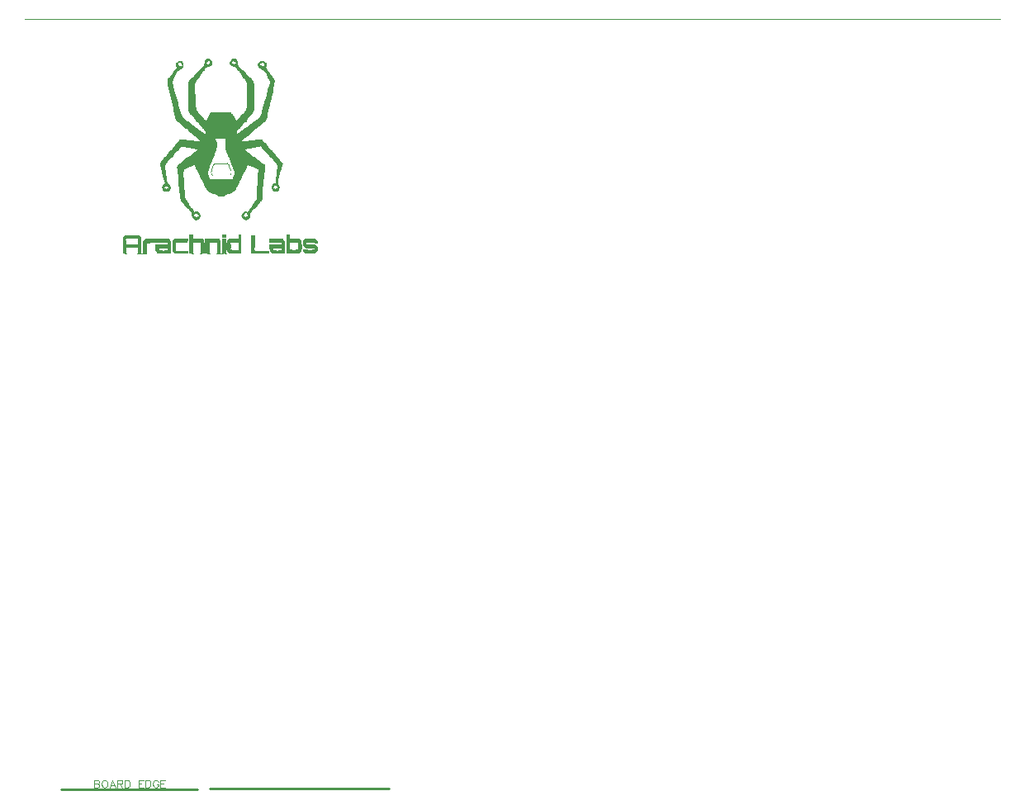
<source format=gbr>
G04 DipTrace 2.3.1.0*
%INreloadpro_TopAssy.gbr*%
%MOIN*%
%ADD10C,0.0098*%
%ADD12C,0.003*%
%ADD20C,0.0013*%
%ADD84C,0.0046*%
%FSLAX44Y44*%
G04*
G70*
G90*
G75*
G01*
%LNTopAssy*%
%LPD*%
X5414Y3933D2*
D10*
X10925D1*
X11408Y3955D2*
X18653D1*
X3937Y35039D2*
D20*
X43307D1*
X11285Y33435D2*
D12*
X11375D1*
X12302D2*
X12452D1*
X11247Y33405D2*
X11417D1*
X12283D2*
X12467D1*
X11217Y33375D2*
X11451D1*
X12263D2*
X12484D1*
X10148Y33345D2*
X10268D1*
X11206D2*
X11297D1*
X11399D2*
X11477D1*
X12244D2*
X12314D1*
X12410D2*
X12501D1*
X13469D2*
X13589D1*
X10102Y33315D2*
X10295D1*
X11200D2*
X11257D1*
X11416D2*
X11486D1*
X12229D2*
X12274D1*
X12451D2*
X12516D1*
X13423D2*
X13627D1*
X10069Y33285D2*
X10113D1*
X10262D2*
X10316D1*
X11197D2*
X11241D1*
X11428D2*
X11491D1*
X12221D2*
X12259D1*
X12469D2*
X12527D1*
X13390D2*
X13471D1*
X13583D2*
X13657D1*
X10044Y33255D2*
X10106D1*
X10279D2*
X10322D1*
X11196D2*
X11243D1*
X11426D2*
X11492D1*
X12218D2*
X12257D1*
X12471D2*
X12524D1*
X13366D2*
X13446D1*
X13601D2*
X13668D1*
X10036Y33225D2*
X10100D1*
X10289D2*
X10325D1*
X11194D2*
X11263D1*
X11402D2*
X11490D1*
X12227D2*
X12302D1*
X12449D2*
X12521D1*
X13357D2*
X13428D1*
X13611D2*
X13674D1*
X10032Y33195D2*
X10099D1*
X10294D2*
X10327D1*
X11191D2*
X11314D1*
X11335D2*
X11476D1*
X12240D2*
X12369D1*
X12382D2*
X12520D1*
X13354D2*
X13415D1*
X13615D2*
X13676D1*
X10037Y33165D2*
X10125D1*
X10296D2*
X10326D1*
X11173D2*
X11423D1*
X12278D2*
X12532D1*
X13354D2*
X13446D1*
X13618D2*
X13673D1*
X10060Y33135D2*
X10204D1*
X10298D2*
X10323D1*
X11145D2*
X11335D1*
X12371D2*
X12562D1*
X13366D2*
X13525D1*
X13619D2*
X13668D1*
X10088Y33106D2*
X10310D1*
X11112D2*
X11225D1*
X12482D2*
X12594D1*
X13395D2*
X13662D1*
X10068Y33076D2*
X10272D1*
X11079D2*
X11210D1*
X12493D2*
X12623D1*
X13439D2*
X13670D1*
X10048Y33046D2*
X10222D1*
X11048D2*
X11194D1*
X12507D2*
X12648D1*
X13492D2*
X13683D1*
X10024Y33016D2*
X10174D1*
X11021D2*
X11179D1*
X12525D2*
X12671D1*
X13541D2*
X13696D1*
X10001Y32986D2*
X10139D1*
X10997D2*
X11165D1*
X12548D2*
X12697D1*
X13578D2*
X13708D1*
X9980Y32956D2*
X10112D1*
X10971D2*
X11146D1*
X12574D2*
X12728D1*
X13605D2*
X13724D1*
X9959Y32926D2*
X10086D1*
X10939D2*
X11121D1*
X12601D2*
X12764D1*
X13628D2*
X13746D1*
X9939Y32896D2*
X10062D1*
X10904D2*
X11095D1*
X12627D2*
X12800D1*
X13652D2*
X13772D1*
X9919Y32866D2*
X10041D1*
X10870D2*
X11070D1*
X12648D2*
X12831D1*
X13676D2*
X13799D1*
X9898Y32836D2*
X10023D1*
X10839D2*
X11047D1*
X12666D2*
X12857D1*
X13696D2*
X13828D1*
X9874Y32806D2*
X10007D1*
X10812D2*
X11027D1*
X12683D2*
X12880D1*
X13713D2*
X13853D1*
X9848Y32776D2*
X9991D1*
X10789D2*
X11006D1*
X12699D2*
X12905D1*
X13725D2*
X13876D1*
X9822Y32746D2*
X9975D1*
X10765D2*
X10986D1*
X12715D2*
X12934D1*
X13734D2*
X13897D1*
X9796Y32717D2*
X9957D1*
X10737D2*
X10966D1*
X12734D2*
X12966D1*
X13742D2*
X13918D1*
X9768Y32687D2*
X9939D1*
X10702D2*
X10946D1*
X12757D2*
X13002D1*
X13755D2*
X13938D1*
X9741Y32657D2*
X9924D1*
X10666D2*
X10926D1*
X12783D2*
X13035D1*
X13771D2*
X13958D1*
X9720Y32627D2*
X9915D1*
X10633D2*
X10906D1*
X12811D2*
X13063D1*
X13788D2*
X13977D1*
X9709Y32597D2*
X9907D1*
X10605D2*
X10885D1*
X12836D2*
X13088D1*
X13805D2*
X13992D1*
X9703Y32567D2*
X9898D1*
X10585D2*
X10862D1*
X12858D2*
X13113D1*
X13820D2*
X14000D1*
X9701Y32537D2*
X9889D1*
X10571D2*
X10839D1*
X12876D2*
X13136D1*
X13833D2*
X14004D1*
X9700Y32507D2*
X9885D1*
X10558D2*
X10819D1*
X12892D2*
X13152D1*
X13844D2*
X14002D1*
X9701Y32477D2*
X9886D1*
X10548D2*
X10802D1*
X12907D2*
X13162D1*
X13840D2*
X13995D1*
X9704Y32447D2*
X9892D1*
X10542D2*
X10790D1*
X12918D2*
X13167D1*
X13831D2*
X13988D1*
X9711Y32417D2*
X9899D1*
X10539D2*
X10783D1*
X12925D2*
X13169D1*
X13820D2*
X13983D1*
X9719Y32387D2*
X9904D1*
X10538D2*
X10779D1*
X12928D2*
X13170D1*
X13810D2*
X13979D1*
X9724Y32357D2*
X9907D1*
X10537D2*
X10777D1*
X12930D2*
X13170D1*
X13803D2*
X13974D1*
X9728Y32328D2*
X9909D1*
X10537D2*
X10777D1*
X12929D2*
X13170D1*
X13796D2*
X13966D1*
X9733Y32298D2*
X9913D1*
X10537D2*
X10777D1*
X12926D2*
X13170D1*
X13786D2*
X13958D1*
X9741Y32268D2*
X9921D1*
X10537D2*
X10776D1*
X12919D2*
X13170D1*
X13774D2*
X13953D1*
X9750Y32238D2*
X9930D1*
X10537D2*
X10776D1*
X12911D2*
X13170D1*
X13761D2*
X13950D1*
X9759Y32208D2*
X9939D1*
X10537D2*
X10776D1*
X12906D2*
X13170D1*
X13751D2*
X13949D1*
X9769Y32178D2*
X9949D1*
X10537D2*
X10776D1*
X12903D2*
X13170D1*
X13744D2*
X13948D1*
X9778Y32148D2*
X9958D1*
X10537D2*
X10776D1*
X12902D2*
X13170D1*
X13741D2*
X13947D1*
X9785Y32118D2*
X9964D1*
X10537D2*
X10776D1*
X12901D2*
X13170D1*
X13738D2*
X13943D1*
X9792Y32088D2*
X9971D1*
X10537D2*
X10778D1*
X12901D2*
X13170D1*
X13734D2*
X13936D1*
X9800Y32058D2*
X9981D1*
X10537D2*
X10781D1*
X12901D2*
X13170D1*
X13727D2*
X13927D1*
X9808Y32028D2*
X9993D1*
X10537D2*
X10789D1*
X12901D2*
X13170D1*
X13719D2*
X13918D1*
X9814Y31998D2*
X10006D1*
X10537D2*
X10796D1*
X12901D2*
X13170D1*
X13712D2*
X13908D1*
X9818Y31969D2*
X10016D1*
X10537D2*
X10801D1*
X12901D2*
X13170D1*
X13706D2*
X13899D1*
X9823Y31939D2*
X10024D1*
X10537D2*
X10804D1*
X12901D2*
X13170D1*
X13697D2*
X13893D1*
X9831Y31909D2*
X10031D1*
X10537D2*
X10805D1*
X12901D2*
X13170D1*
X13688D2*
X13889D1*
X9840Y31879D2*
X10041D1*
X10537D2*
X10806D1*
X12901D2*
X13170D1*
X13679D2*
X13884D1*
X9849Y31849D2*
X10053D1*
X10537D2*
X10806D1*
X12901D2*
X13170D1*
X13669D2*
X13876D1*
X9859Y31819D2*
X10065D1*
X10537D2*
X10806D1*
X12901D2*
X13170D1*
X13659D2*
X13867D1*
X9868Y31789D2*
X10076D1*
X10537D2*
X10806D1*
X12901D2*
X13170D1*
X13649D2*
X13858D1*
X9874Y31759D2*
X10084D1*
X10537D2*
X10806D1*
X12901D2*
X13170D1*
X13639D2*
X13848D1*
X9878Y31729D2*
X10091D1*
X10537D2*
X10806D1*
X12901D2*
X13170D1*
X13629D2*
X13839D1*
X9883Y31699D2*
X10099D1*
X10537D2*
X10806D1*
X12901D2*
X13170D1*
X13619D2*
X13833D1*
X9891Y31669D2*
X10108D1*
X10537D2*
X10806D1*
X12901D2*
X13170D1*
X13609D2*
X13829D1*
X9900Y31639D2*
X10113D1*
X10537D2*
X10806D1*
X12901D2*
X13170D1*
X13599D2*
X13824D1*
X9909Y31609D2*
X10116D1*
X10537D2*
X10806D1*
X12901D2*
X13170D1*
X13589D2*
X13816D1*
X9919Y31580D2*
X10118D1*
X10537D2*
X10807D1*
X12901D2*
X13170D1*
X13579D2*
X13807D1*
X9928Y31550D2*
X10123D1*
X10537D2*
X10811D1*
X12901D2*
X13170D1*
X13569D2*
X13798D1*
X9933Y31520D2*
X10130D1*
X10537D2*
X10818D1*
X12901D2*
X13170D1*
X13559D2*
X13788D1*
X9936Y31490D2*
X10139D1*
X10537D2*
X10826D1*
X12901D2*
X13170D1*
X13549D2*
X13779D1*
X9938Y31460D2*
X10148D1*
X10537D2*
X10831D1*
X12900D2*
X13170D1*
X13540D2*
X13773D1*
X9938Y31430D2*
X10158D1*
X10537D2*
X10835D1*
X12895D2*
X13170D1*
X13534D2*
X13766D1*
X9940Y31400D2*
X10168D1*
X10538D2*
X10842D1*
X12882D2*
X13169D1*
X13531D2*
X13757D1*
X9944Y31370D2*
X10178D1*
X10542D2*
X10854D1*
X12864D2*
X13164D1*
X13529D2*
X13749D1*
X9951Y31340D2*
X10188D1*
X10550D2*
X10874D1*
X12842D2*
X13152D1*
X13524D2*
X13742D1*
X9959Y31310D2*
X10198D1*
X10563D2*
X10898D1*
X12822D2*
X13133D1*
X13517D2*
X13736D1*
X9965Y31280D2*
X10208D1*
X10580D2*
X10922D1*
X11435D2*
X12243D1*
X12800D2*
X13113D1*
X13509D2*
X13727D1*
X9971Y31250D2*
X10218D1*
X10603D2*
X10944D1*
X11424D2*
X12262D1*
X12776D2*
X13096D1*
X13503D2*
X13719D1*
X9980Y31220D2*
X10228D1*
X10629D2*
X10967D1*
X11414D2*
X12283D1*
X12749D2*
X13081D1*
X13496D2*
X13714D1*
X9988Y31191D2*
X10238D1*
X10658D2*
X10995D1*
X11404D2*
X12306D1*
X12720D2*
X13060D1*
X13487D2*
X13711D1*
X9995Y31161D2*
X10249D1*
X10687D2*
X11025D1*
X11390D2*
X12329D1*
X12691D2*
X13032D1*
X13473D2*
X13710D1*
X10001Y31131D2*
X10263D1*
X10715D2*
X11054D1*
X11372D2*
X12350D1*
X12661D2*
X13003D1*
X13456D2*
X13709D1*
X10010Y31101D2*
X10281D1*
X10742D2*
X11081D1*
X11355D2*
X12368D1*
X12631D2*
X12977D1*
X13432D2*
X13708D1*
X10018Y31071D2*
X10304D1*
X10764D2*
X11107D1*
X11339D2*
X12384D1*
X12602D2*
X12952D1*
X13403D2*
X13704D1*
X10025Y31041D2*
X10331D1*
X10785D2*
X11132D1*
X11323D2*
X12400D1*
X12573D2*
X12928D1*
X13371D2*
X13695D1*
X10032Y31011D2*
X10365D1*
X10807D2*
X11156D1*
X11306D2*
X12417D1*
X12547D2*
X12905D1*
X13339D2*
X13681D1*
X10054Y30981D2*
X10405D1*
X10831D2*
X11187D1*
X11286D2*
X12440D1*
X12524D2*
X12888D1*
X13304D2*
X13660D1*
X10085Y30951D2*
X10449D1*
X10859D2*
X11232D1*
X11258D2*
X12473D1*
X12503D2*
X12878D1*
X13262D2*
X13630D1*
X10119Y30921D2*
X10492D1*
X10891D2*
X12811D1*
X13215D2*
X13596D1*
X10150Y30891D2*
X10531D1*
X10922D2*
X12795D1*
X13172D2*
X13563D1*
X10179Y30861D2*
X10569D1*
X10949D2*
X12774D1*
X13135D2*
X13531D1*
X10210Y30831D2*
X10608D1*
X10968D2*
X12748D1*
X13101D2*
X13500D1*
X10243Y30802D2*
X10647D1*
X10985D2*
X12721D1*
X13064D2*
X13468D1*
X10280Y30772D2*
X10687D1*
X11006D2*
X12696D1*
X13021D2*
X13433D1*
X10318Y30742D2*
X10728D1*
X11035D2*
X12673D1*
X12976D2*
X13394D1*
X10354Y30712D2*
X10770D1*
X11067D2*
X12651D1*
X12934D2*
X13353D1*
X10390Y30682D2*
X10813D1*
X11097D2*
X12627D1*
X12896D2*
X13317D1*
X10429Y30652D2*
X10854D1*
X11121D2*
X12599D1*
X12858D2*
X13287D1*
X10467Y30622D2*
X10890D1*
X11144D2*
X12571D1*
X12820D2*
X13257D1*
X10501Y30592D2*
X10924D1*
X11165D2*
X12543D1*
X12782D2*
X13224D1*
X10531Y30562D2*
X10957D1*
X11186D2*
X12517D1*
X12744D2*
X13187D1*
X10560Y30532D2*
X10995D1*
X11210D2*
X12495D1*
X12704D2*
X13150D1*
X10594Y30502D2*
X11040D1*
X11235D2*
X12478D1*
X12662D2*
X13115D1*
X10634Y30472D2*
X11088D1*
X11257D2*
X12465D1*
X12617D2*
X13081D1*
X10674Y30443D2*
X11137D1*
X11274D2*
X12465D1*
X12568D2*
X13046D1*
X10709Y30413D2*
X11194D1*
X11222D2*
X12485D1*
X12513D2*
X13009D1*
X10740Y30383D2*
X12971D1*
X10769Y30353D2*
X12936D1*
X10803Y30323D2*
X12902D1*
X10843Y30293D2*
X12867D1*
X10883Y30263D2*
X12829D1*
X10920Y30233D2*
X12791D1*
X10953Y30203D2*
X11616D1*
X12062D2*
X12756D1*
X10178Y30173D2*
X10328D1*
X10985D2*
X11621D1*
X12058D2*
X12723D1*
X13380D2*
X13499D1*
X10165Y30143D2*
X10616D1*
X11015D2*
X11638D1*
X12051D2*
X12692D1*
X13104D2*
X13529D1*
X10148Y30113D2*
X10939D1*
X11046D2*
X11654D1*
X12043D2*
X12661D1*
X12802D2*
X13559D1*
X10124Y30083D2*
X11664D1*
X12038D2*
X13589D1*
X10097Y30054D2*
X11670D1*
X12035D2*
X13619D1*
X10073Y30024D2*
X11672D1*
X12034D2*
X13648D1*
X10049Y29994D2*
X11673D1*
X12033D2*
X13674D1*
X10024Y29964D2*
X11674D1*
X12033D2*
X13695D1*
X9998Y29934D2*
X11674D1*
X12033D2*
X13714D1*
X9973Y29904D2*
X10238D1*
X10362D2*
X11673D1*
X12034D2*
X13348D1*
X13469D2*
X13732D1*
X9950Y29874D2*
X10208D1*
X10531D2*
X11669D1*
X12038D2*
X13183D1*
X13499D2*
X13756D1*
X9928Y29844D2*
X10179D1*
X10721D2*
X11662D1*
X12045D2*
X12991D1*
X13529D2*
X13786D1*
X9904Y29814D2*
X10153D1*
X10926D2*
X11653D1*
X12053D2*
X12781D1*
X13559D2*
X13821D1*
X9877Y29784D2*
X10130D1*
X10910D2*
X11644D1*
X12059D2*
X12797D1*
X13588D2*
X13853D1*
X9848Y29754D2*
X10108D1*
X10889D2*
X11633D1*
X12066D2*
X12819D1*
X13614D2*
X13881D1*
X9819Y29724D2*
X10083D1*
X10863D2*
X11620D1*
X12074D2*
X12844D1*
X13637D2*
X13904D1*
X9789Y29694D2*
X10055D1*
X10834D2*
X11607D1*
X12084D2*
X12874D1*
X13659D2*
X13924D1*
X9760Y29665D2*
X10024D1*
X10800D2*
X11597D1*
X12094D2*
X12911D1*
X13684D2*
X13946D1*
X9734Y29635D2*
X9991D1*
X10759D2*
X11590D1*
X12108D2*
X12955D1*
X13711D2*
X13972D1*
X9711Y29605D2*
X9962D1*
X10714D2*
X11586D1*
X12124D2*
X13000D1*
X13739D2*
X14002D1*
X9689Y29575D2*
X9938D1*
X10672D2*
X11580D1*
X12139D2*
X13041D1*
X13769D2*
X14030D1*
X9665Y29545D2*
X9918D1*
X10634D2*
X11571D1*
X12151D2*
X13077D1*
X13798D2*
X14054D1*
X9638Y29515D2*
X9897D1*
X10599D2*
X11559D1*
X12162D2*
X13114D1*
X13827D2*
X14077D1*
X9612Y29485D2*
X9872D1*
X10562D2*
X11546D1*
X12173D2*
X13153D1*
X13854D2*
X14102D1*
X9586Y29455D2*
X9842D1*
X10519D2*
X11532D1*
X12184D2*
X13195D1*
X13881D2*
X14129D1*
X9558Y29425D2*
X9806D1*
X10471D2*
X11517D1*
X12198D2*
X13237D1*
X13909D2*
X14157D1*
X9530Y29395D2*
X9770D1*
X10425D2*
X11502D1*
X12214D2*
X13279D1*
X13938D2*
X14183D1*
X9505Y29365D2*
X9739D1*
X10386D2*
X11488D1*
X12228D2*
X13319D1*
X13963D2*
X14205D1*
X9481Y29335D2*
X9715D1*
X10350D2*
X11476D1*
X12240D2*
X13360D1*
X13987D2*
X14227D1*
X9457Y29306D2*
X9695D1*
X10314D2*
X11465D1*
X12252D2*
X13402D1*
X14012D2*
X14252D1*
X9434Y29276D2*
X9676D1*
X10276D2*
X11454D1*
X12261D2*
X13444D1*
X14040D2*
X14279D1*
X9418Y29246D2*
X9653D1*
X10237D2*
X11441D1*
X12123D2*
D3*
X12268D2*
X13485D1*
X14068D2*
X14308D1*
X9407Y29216D2*
X9628D1*
X10198D2*
X11427D1*
X11584D2*
X12123D1*
X12275D2*
X13527D1*
X14097D2*
X14337D1*
X9408Y29186D2*
X9606D1*
X10160D2*
X11412D1*
X11584D2*
D3*
X12153D2*
D3*
X12285D2*
X13565D1*
X14121D2*
X14323D1*
X9413Y29156D2*
X9592D1*
X10130D2*
X11398D1*
X11554D2*
D3*
X12163D2*
X12153D1*
X12297D2*
X13596D1*
X14141D2*
X14313D1*
X9420Y29126D2*
X9585D1*
X10105D2*
X10687D1*
X10811D2*
X11387D1*
X11554D2*
D3*
X12173D2*
X12183D1*
X12310D2*
X12907D1*
X13021D2*
X13608D1*
X14148D2*
X14305D1*
X9426Y29096D2*
X9582D1*
X10097D2*
X10597D1*
X10820D2*
X11381D1*
X11524D2*
D3*
X12183D2*
D3*
X12321D2*
X12889D1*
X13114D2*
X13614D1*
X14143D2*
X14296D1*
X9433Y29066D2*
X9580D1*
X10093D2*
X10511D1*
X10831D2*
X11376D1*
X11524D2*
D3*
X12194D2*
X12183D1*
X12332D2*
X12878D1*
X13203D2*
X13617D1*
X14137D2*
X14288D1*
X9441Y29036D2*
X9581D1*
X10095D2*
X10436D1*
X10845D2*
X11371D1*
X11524D2*
D3*
X12207D2*
X12213D1*
X12343D2*
X12868D1*
X13279D2*
X13618D1*
X14132D2*
X14281D1*
X9451Y29006D2*
X9585D1*
X10101D2*
X10374D1*
X10860D2*
X11362D1*
X11494D2*
D3*
X12220D2*
X12213D1*
X12356D2*
X12855D1*
X13338D2*
X13619D1*
X14130D2*
X14274D1*
X9460Y28976D2*
X9592D1*
X10108D2*
X10346D1*
X10878D2*
X11350D1*
X11494D2*
D3*
X12232D2*
X12243D1*
X12370D2*
X12838D1*
X13363D2*
X13618D1*
X14128D2*
X14265D1*
X9470Y28946D2*
X9599D1*
X10113D2*
X10336D1*
X10897D2*
X11336D1*
X11465D2*
D3*
X12243D2*
D3*
X12385D2*
X12821D1*
X13372D2*
X13614D1*
X14128D2*
X14253D1*
X9479Y28917D2*
X9605D1*
X10116D2*
X10331D1*
X10915D2*
X11322D1*
X11465D2*
D3*
X12399D2*
X12805D1*
X13375D2*
X13607D1*
X14126D2*
X14240D1*
X9485Y28887D2*
X9607D1*
X10117D2*
X10329D1*
X10932D2*
X11310D1*
X11435D2*
D3*
X12409D2*
X12789D1*
X13373D2*
X13599D1*
X14123D2*
X14229D1*
X9488Y28857D2*
X9609D1*
X10118D2*
X10328D1*
X10948D2*
X11300D1*
X11435D2*
D3*
X12415D2*
X12774D1*
X13367D2*
X13594D1*
X14115D2*
X14222D1*
X9490Y28827D2*
X9610D1*
X10119D2*
X10328D1*
X10962D2*
X11303D1*
X12414D2*
X12758D1*
X13360D2*
X13591D1*
X14108D2*
X14215D1*
X9494Y28797D2*
X9614D1*
X10123D2*
X10328D1*
X10974D2*
X11312D1*
X11465D2*
D3*
X12243D2*
D3*
X12408D2*
X12740D1*
X13354D2*
X13590D1*
X14103D2*
X14206D1*
X9502Y28767D2*
X9622D1*
X10130D2*
X10328D1*
X10985D2*
X11324D1*
X11494D2*
D3*
X12243D2*
D3*
X12397D2*
X12721D1*
X13352D2*
X13589D1*
X14100D2*
X14197D1*
X9510Y28737D2*
X9629D1*
X10138D2*
X10328D1*
X10997D2*
X11338D1*
X11524D2*
D3*
X12213D2*
D3*
X12384D2*
X12702D1*
X13350D2*
X13588D1*
X14098D2*
X14187D1*
X9516Y28707D2*
X9634D1*
X10143D2*
X10328D1*
X11010D2*
X11351D1*
X12369D2*
X12687D1*
X13350D2*
X13584D1*
X14097D2*
X14177D1*
X9523Y28677D2*
X9637D1*
X10146D2*
X10329D1*
X11024D2*
X11362D1*
X12356D2*
X12674D1*
X13350D2*
X13577D1*
X14093D2*
X14168D1*
X9531Y28647D2*
X9639D1*
X10147D2*
X10333D1*
X11038D2*
X11369D1*
X12345D2*
X12666D1*
X13350D2*
X13569D1*
X14086D2*
X14163D1*
X9540Y28617D2*
X9639D1*
X10148D2*
X10340D1*
X11053D2*
X11373D1*
X12338D2*
X12658D1*
X13350D2*
X13564D1*
X14078D2*
X14160D1*
X9550Y28587D2*
X9640D1*
X10148D2*
X10347D1*
X11069D2*
X12645D1*
X13350D2*
X13561D1*
X14073D2*
X14157D1*
X9560Y28557D2*
X9644D1*
X10148D2*
X10353D1*
X11087D2*
X12629D1*
X13350D2*
X13560D1*
X14070D2*
X14153D1*
X9570Y28528D2*
X9652D1*
X10148D2*
X10355D1*
X11106D2*
X12612D1*
X13350D2*
X13559D1*
X14069D2*
X14145D1*
X9580Y28498D2*
X9661D1*
X10148D2*
X10357D1*
X11125D2*
X12595D1*
X13350D2*
X13558D1*
X14068D2*
X14138D1*
X9594Y28468D2*
X9672D1*
X10148D2*
X10357D1*
X11141D2*
X12580D1*
X13349D2*
X13554D1*
X14068D2*
X14134D1*
X9609Y28438D2*
X9690D1*
X10148D2*
X10357D1*
X11157D2*
X12564D1*
X13348D2*
X13547D1*
X14068D2*
X14135D1*
X9580Y28408D2*
X9718D1*
X10148D2*
X10357D1*
X11172D2*
X12549D1*
X13345D2*
X13539D1*
X13978D2*
X14142D1*
X9551Y28378D2*
X9747D1*
X10149D2*
X10357D1*
X11184D2*
X12534D1*
X13337D2*
X13534D1*
X13962D2*
X14154D1*
X9526Y28348D2*
X9772D1*
X10153D2*
X10357D1*
X11194D2*
X12518D1*
X13330D2*
X13531D1*
X13942D2*
X14170D1*
X9508Y28318D2*
X9621D1*
X9687D2*
X9791D1*
X10160D2*
X10357D1*
X11206D2*
X12501D1*
X13325D2*
X13530D1*
X13921D2*
X13984D1*
X14126D2*
X14187D1*
X9498Y28288D2*
X9581D1*
X9727D2*
X9805D1*
X10168D2*
X10357D1*
X11219D2*
X12482D1*
X13322D2*
X13529D1*
X13903D2*
X13966D1*
X14150D2*
X14203D1*
X9493Y28258D2*
X9563D1*
X9742D2*
X9811D1*
X10173D2*
X10357D1*
X11233D2*
X12468D1*
X13321D2*
X13528D1*
X13898D2*
X13955D1*
X14168D2*
X14208D1*
X9492Y28228D2*
X9560D1*
X9737D2*
X9811D1*
X10176D2*
X10358D1*
X11248D2*
X12458D1*
X13320D2*
X13524D1*
X13904D2*
X13956D1*
X14171D2*
X14202D1*
X9497Y28198D2*
X9579D1*
X9709D2*
X9804D1*
X10177D2*
X10359D1*
X11263D2*
X12449D1*
X13320D2*
X13517D1*
X13915D2*
X13980D1*
X14127D2*
X14192D1*
X9508Y28169D2*
X9634D1*
X9649D2*
X9793D1*
X10178D2*
X10362D1*
X11281D2*
X12439D1*
X13320D2*
X13509D1*
X13932D2*
X14048D1*
X14060D2*
X14179D1*
X9527Y28139D2*
X9777D1*
X10178D2*
X10370D1*
X11304D2*
X12407D1*
X13320D2*
X13504D1*
X13954D2*
X14168D1*
X9550Y28109D2*
X9759D1*
X10179D2*
X10377D1*
X11351D2*
X12359D1*
X13320D2*
X13501D1*
X13978D2*
X14157D1*
X10183Y28079D2*
X10383D1*
X11410D2*
X12299D1*
X13320D2*
X13500D1*
X10190Y28049D2*
X10385D1*
X11475D2*
X12236D1*
X13320D2*
X13500D1*
X10198Y28019D2*
X10387D1*
X11540D2*
X12171D1*
X13320D2*
X13499D1*
X10203Y27989D2*
X10387D1*
X11602D2*
X12108D1*
X13320D2*
X13499D1*
X10206Y27959D2*
X10387D1*
X11664D2*
X12050D1*
X13320D2*
X13499D1*
X10207Y27929D2*
X10387D1*
X11729D2*
X11996D1*
X13320D2*
X13499D1*
X10209Y27899D2*
X10388D1*
X11794D2*
X11943D1*
X13320D2*
X13499D1*
X10213Y27869D2*
X10389D1*
X13320D2*
X13499D1*
X10220Y27839D2*
X10392D1*
X13319D2*
X13499D1*
X10228Y27809D2*
X10401D1*
X13315D2*
X13499D1*
X10233Y27780D2*
X10413D1*
X13306D2*
X13498D1*
X10237Y27750D2*
X10430D1*
X13294D2*
X13493D1*
X10244Y27720D2*
X10450D1*
X13276D2*
X13483D1*
X10257Y27690D2*
X10471D1*
X13254D2*
X13458D1*
X10286Y27660D2*
X10494D1*
X13227D2*
X13429D1*
X10316Y27630D2*
X10515D1*
X13200D2*
X13401D1*
X10342Y27600D2*
X10531D1*
X13175D2*
X13374D1*
X10366Y27570D2*
X10546D1*
X13153D2*
X13348D1*
X10392Y27540D2*
X10561D1*
X13136D2*
X13323D1*
X10420Y27510D2*
X10580D1*
X13121D2*
X13300D1*
X10453Y27480D2*
X10603D1*
X13106D2*
X13274D1*
X10488Y27450D2*
X10628D1*
X13087D2*
X13243D1*
X10522Y27420D2*
X10653D1*
X13065D2*
X13208D1*
X10549Y27391D2*
X10675D1*
X13043D2*
X13174D1*
X10570Y27361D2*
X10696D1*
X13022D2*
X13143D1*
X10589Y27331D2*
X10716D1*
X13001D2*
X13116D1*
X10610Y27301D2*
X10736D1*
X12981D2*
X13091D1*
X10636Y27271D2*
X10756D1*
X10806D2*
X10896D1*
X12811D2*
X12871D1*
X12961D2*
X13065D1*
X10664Y27241D2*
X10935D1*
X12769D2*
X13030D1*
X10689Y27211D2*
X10818D1*
X10885D2*
X10965D1*
X12735D2*
X12812D1*
X12900D2*
X12991D1*
X10693Y27181D2*
X10778D1*
X10924D2*
X10987D1*
X12709D2*
X12787D1*
X12924D2*
X13004D1*
X10692Y27151D2*
X10762D1*
X10954D2*
X11001D1*
X12700D2*
X12770D1*
X12942D2*
X13013D1*
X10691Y27121D2*
X10752D1*
X10968D2*
X11008D1*
X12695D2*
X12758D1*
X12954D2*
X13017D1*
X10693Y27091D2*
X10754D1*
X10966D2*
X11008D1*
X12694D2*
X12759D1*
X12952D2*
X13018D1*
X10702Y27061D2*
X10782D1*
X10943D2*
X11001D1*
X12696D2*
X12783D1*
X12928D2*
X13016D1*
X10716Y27031D2*
X10862D1*
X10881D2*
X10987D1*
X12712D2*
X12851D1*
X12861D2*
X13001D1*
X10747Y27002D2*
X10966D1*
X12752D2*
X12965D1*
X10789Y26972D2*
X10919D1*
X12808D2*
X12920D1*
X10836Y26942D2*
X10866D1*
X12871D2*
D3*
X10567Y26343D2*
X10717D1*
X11913D2*
X12033D1*
X12572D2*
X12661D1*
X14517D2*
X14606D1*
X7994Y26313D2*
X8562D1*
X10567D2*
X10717D1*
X11915D2*
X12033D1*
X12572D2*
X12661D1*
X13080D2*
X13200D1*
X14517D2*
X14606D1*
X7961Y26283D2*
X8586D1*
X10567D2*
X10717D1*
X11919D2*
X12033D1*
X12572D2*
X12661D1*
X13080D2*
X13200D1*
X14517D2*
X14606D1*
X7937Y26254D2*
X8604D1*
X10567D2*
X10717D1*
X11929D2*
X12033D1*
X12572D2*
X12661D1*
X13080D2*
X13200D1*
X14517D2*
X14606D1*
X7920Y26224D2*
X8614D1*
X10567D2*
X10717D1*
X11943D2*
X12033D1*
X12572D2*
X12661D1*
X13080D2*
X13200D1*
X14517D2*
X14606D1*
X7911Y26194D2*
X8619D1*
X10567D2*
X10717D1*
X12572D2*
X12661D1*
X13080D2*
X13200D1*
X14517D2*
X14606D1*
X7907Y26164D2*
X8024D1*
X8502D2*
X8621D1*
X8802D2*
X9729D1*
X9969D2*
X10507D1*
X10567D2*
X11106D1*
X11225D2*
X11764D1*
X11913D2*
X12033D1*
X12183D2*
X12661D1*
X13080D2*
X13200D1*
X13828D2*
X14337D1*
X14517D2*
X14995D1*
X15235D2*
X15654D1*
X7905Y26134D2*
X7994D1*
X8502D2*
X8622D1*
X8767D2*
X9763D1*
X9944D2*
X10506D1*
X10567D2*
X11130D1*
X11225D2*
X11788D1*
X11913D2*
X12033D1*
X12145D2*
X12661D1*
X13080D2*
X13200D1*
X13828D2*
X14362D1*
X14517D2*
X15033D1*
X15211D2*
X15691D1*
X7904Y26104D2*
X8008D1*
X8502D2*
X8622D1*
X8737D2*
X9794D1*
X9927D2*
X10501D1*
X10567D2*
X11147D1*
X11225D2*
X11805D1*
X11913D2*
X12033D1*
X12114D2*
X12661D1*
X13080D2*
X13200D1*
X13828D2*
X14384D1*
X14517D2*
X15064D1*
X15193D2*
X15722D1*
X7904Y26074D2*
X8016D1*
X8502D2*
X8622D1*
X8724D2*
X9806D1*
X9917D2*
X10491D1*
X10567D2*
X11157D1*
X11225D2*
X11815D1*
X11913D2*
X12033D1*
X12103D2*
X12661D1*
X13080D2*
X13200D1*
X13828D2*
X14401D1*
X14517D2*
X15075D1*
X15183D2*
X15733D1*
X7904Y26044D2*
X8020D1*
X8502D2*
X8622D1*
X8717D2*
X9161D1*
X9250D2*
X9814D1*
X9912D2*
X10477D1*
X10567D2*
X11162D1*
X11225D2*
X11820D1*
X11913D2*
X12033D1*
X12097D2*
X12661D1*
X13080D2*
X13200D1*
X13828D2*
X14413D1*
X14517D2*
X15081D1*
X15178D2*
X15739D1*
X7904Y26014D2*
X8022D1*
X8502D2*
X8622D1*
X8714D2*
X8831D1*
X9699D2*
X9817D1*
X9910D2*
X10028D1*
X10567D2*
X10717D1*
X11046D2*
X11164D1*
X11225D2*
X11375D1*
X11704D2*
X11822D1*
X11913D2*
X12033D1*
X12095D2*
X12207D1*
X12572D2*
X12661D1*
X13080D2*
X13200D1*
X14307D2*
X14421D1*
X14517D2*
X14606D1*
X14995D2*
X15083D1*
X15176D2*
X15265D1*
X15654D2*
X15743D1*
X7904Y25984D2*
X8023D1*
X8502D2*
X8622D1*
X8713D2*
X8831D1*
X9699D2*
X9818D1*
X9909D2*
X10028D1*
X10567D2*
X10717D1*
X11046D2*
X11165D1*
X11225D2*
X11375D1*
X11704D2*
X11823D1*
X11913D2*
X12033D1*
X12094D2*
X12224D1*
X12572D2*
X12661D1*
X13080D2*
X13200D1*
X14307D2*
X14424D1*
X14517D2*
X14606D1*
X14995D2*
X15086D1*
X15175D2*
X15265D1*
X7904Y25954D2*
X8622D1*
X8712D2*
X8831D1*
X9699D2*
X9819D1*
X9909D2*
X10028D1*
X10567D2*
X10717D1*
X11046D2*
X11165D1*
X11225D2*
X11375D1*
X11704D2*
X11823D1*
X11913D2*
X12033D1*
X12093D2*
X12234D1*
X12572D2*
X12661D1*
X13080D2*
X13200D1*
X14307D2*
X14426D1*
X14517D2*
X14606D1*
X14995D2*
X15090D1*
X15176D2*
X15265D1*
X7904Y25924D2*
X8622D1*
X8712D2*
X8831D1*
X9220D2*
X9819D1*
X9909D2*
X10028D1*
X10567D2*
X10717D1*
X11046D2*
X11165D1*
X11225D2*
X11375D1*
X11704D2*
X11824D1*
X11913D2*
X12033D1*
X12093D2*
X12239D1*
X12572D2*
X12661D1*
X13080D2*
X13200D1*
X13828D2*
X14426D1*
X14517D2*
X14606D1*
X14995D2*
X15097D1*
X15181D2*
X15654D1*
X7904Y25894D2*
X8622D1*
X8712D2*
X8831D1*
X9220D2*
X9819D1*
X9909D2*
X10028D1*
X10567D2*
X10717D1*
X11046D2*
X11165D1*
X11225D2*
X11375D1*
X11704D2*
X11824D1*
X11913D2*
X12033D1*
X12093D2*
X12241D1*
X12572D2*
X12661D1*
X13080D2*
X13200D1*
X13828D2*
X14427D1*
X14517D2*
X14606D1*
X14995D2*
X15105D1*
X15191D2*
X15691D1*
X7904Y25865D2*
X8622D1*
X8712D2*
X8831D1*
X9220D2*
X9819D1*
X9909D2*
X10028D1*
X10567D2*
X10717D1*
X11046D2*
X11165D1*
X11225D2*
X11375D1*
X11704D2*
X11824D1*
X11913D2*
X12033D1*
X12093D2*
X12242D1*
X12572D2*
X12661D1*
X13080D2*
X13200D1*
X13828D2*
X14427D1*
X14517D2*
X14606D1*
X14995D2*
X15110D1*
X15218D2*
X15722D1*
X7904Y25835D2*
X8622D1*
X8712D2*
X8831D1*
X9220D2*
X9819D1*
X9909D2*
X10028D1*
X10567D2*
X10717D1*
X11046D2*
X11165D1*
X11225D2*
X11375D1*
X11704D2*
X11824D1*
X11913D2*
X12033D1*
X12093D2*
X12241D1*
X12572D2*
X12661D1*
X13080D2*
X13199D1*
X13828D2*
X14427D1*
X14517D2*
X14606D1*
X14995D2*
X15112D1*
X15254D2*
X15733D1*
X7904Y25805D2*
X8024D1*
X8502D2*
X8622D1*
X8712D2*
X8831D1*
X9220D2*
X9819D1*
X9909D2*
X10028D1*
X10567D2*
X10717D1*
X11046D2*
X11165D1*
X11225D2*
X11375D1*
X11704D2*
X11824D1*
X11913D2*
X12033D1*
X12093D2*
X12237D1*
X12572D2*
X12661D1*
X13080D2*
X13194D1*
X13828D2*
X14427D1*
X14517D2*
X14609D1*
X14993D2*
X15109D1*
X15294D2*
X15739D1*
X7904Y25775D2*
X8024D1*
X8502D2*
X8622D1*
X8712D2*
X8831D1*
X9221D2*
X9340D1*
X9699D2*
X9819D1*
X9909D2*
X10028D1*
X10567D2*
X10717D1*
X11046D2*
X11165D1*
X11225D2*
X11375D1*
X11704D2*
X11824D1*
X11913D2*
X12033D1*
X12093D2*
X12226D1*
X12572D2*
X12661D1*
X13080D2*
X13184D1*
X13828D2*
X13948D1*
X14307D2*
X14427D1*
X14517D2*
X14615D1*
X14987D2*
X15102D1*
X15645D2*
X15741D1*
X7904Y25745D2*
X8024D1*
X8502D2*
X8622D1*
X8712D2*
X8831D1*
X9222D2*
X9340D1*
X9699D2*
X9819D1*
X9910D2*
X10028D1*
X10567D2*
X10717D1*
X11046D2*
X11165D1*
X11225D2*
X11375D1*
X11704D2*
X11824D1*
X11913D2*
X12033D1*
X12094D2*
X12213D1*
X12572D2*
X12661D1*
X13080D2*
X13170D1*
X13830D2*
X13948D1*
X14307D2*
X14427D1*
X14517D2*
X14662D1*
X14940D2*
X15095D1*
X15175D2*
X15265D1*
X15598D2*
X15742D1*
X7904Y25715D2*
X8024D1*
X8502D2*
X8622D1*
X8712D2*
X8831D1*
X9227D2*
X9340D1*
X9699D2*
X9819D1*
X9914D2*
X10028D1*
X10567D2*
X10717D1*
X11046D2*
X11165D1*
X11225D2*
X11375D1*
X11704D2*
X11824D1*
X11913D2*
X12033D1*
X12098D2*
X12383D1*
X12572D2*
X12661D1*
X13080D2*
X13200D1*
X13834D2*
X13948D1*
X14307D2*
X14427D1*
X14517D2*
X14799D1*
X14802D2*
X15089D1*
X15176D2*
X15435D1*
X15460D2*
X15738D1*
X7904Y25685D2*
X8024D1*
X8502D2*
X8622D1*
X8712D2*
X8831D1*
X9238D2*
X9819D1*
X9922D2*
X10507D1*
X10567D2*
X10717D1*
X11046D2*
X11165D1*
X11225D2*
X11375D1*
X11704D2*
X11824D1*
X11913D2*
X12033D1*
X12108D2*
X12661D1*
X13080D2*
X13769D1*
X13843D2*
X14427D1*
X14517D2*
X15081D1*
X15181D2*
X15729D1*
X7904Y25655D2*
X8024D1*
X8502D2*
X8622D1*
X8712D2*
X8831D1*
X9253D2*
X9819D1*
X9934D2*
X10507D1*
X10567D2*
X10717D1*
X11046D2*
X11165D1*
X11225D2*
X11375D1*
X11704D2*
X11824D1*
X11913D2*
X12033D1*
X12125D2*
X12661D1*
X13080D2*
X13769D1*
X13860D2*
X14427D1*
X14517D2*
X15068D1*
X15193D2*
X15712D1*
X7904Y25625D2*
X8024D1*
X8502D2*
X8622D1*
X8712D2*
X8831D1*
X9267D2*
X9819D1*
X9950D2*
X10507D1*
X10567D2*
X10717D1*
X11046D2*
X11165D1*
X11225D2*
X11375D1*
X11704D2*
X11824D1*
X11913D2*
X12033D1*
X12151D2*
X12661D1*
X13080D2*
X13769D1*
X13886D2*
X14427D1*
X14517D2*
X15048D1*
X15212D2*
X15686D1*
X7904Y25595D2*
X8024D1*
X8502D2*
X8622D1*
X8712D2*
X8831D1*
X9280D2*
X9819D1*
X9969D2*
X10507D1*
X10567D2*
X10717D1*
X11046D2*
X11165D1*
X11225D2*
X11375D1*
X11704D2*
X11824D1*
X11913D2*
X12033D1*
X12183D2*
X12661D1*
X13080D2*
X13769D1*
X13918D2*
X14427D1*
X14517D2*
X15025D1*
X15235D2*
X15654D1*
X11285Y33435D2*
X11247Y33405D1*
X11217Y33375D1*
X11206Y33345D1*
X11200Y33315D1*
X11197Y33285D1*
X11196Y33255D1*
X11194Y33225D1*
X11191Y33195D1*
X11173Y33165D1*
X11145Y33135D1*
X11112Y33106D1*
X11079Y33076D1*
X11048Y33046D1*
X11021Y33016D1*
X10997Y32986D1*
X10971Y32956D1*
X10939Y32926D1*
X10904Y32896D1*
X10870Y32866D1*
X10839Y32836D1*
X10812Y32806D1*
X10789Y32776D1*
X10765Y32746D1*
X10737Y32717D1*
X10702Y32687D1*
X10666Y32657D1*
X10633Y32627D1*
X10605Y32597D1*
X10585Y32567D1*
X10571Y32537D1*
X10558Y32507D1*
X10548Y32477D1*
X10542Y32447D1*
X10539Y32417D1*
X10538Y32387D1*
X10537Y32357D1*
Y32328D1*
Y32298D1*
Y32268D1*
Y32238D1*
Y32208D1*
Y32178D1*
Y32148D1*
Y32118D1*
Y32088D1*
Y32058D1*
Y32028D1*
Y31998D1*
Y31969D1*
Y31939D1*
Y31909D1*
Y31879D1*
Y31849D1*
Y31819D1*
Y31789D1*
Y31759D1*
Y31729D1*
Y31699D1*
Y31669D1*
Y31639D1*
Y31609D1*
Y31580D1*
Y31550D1*
Y31520D1*
Y31490D1*
Y31460D1*
Y31430D1*
X10538Y31400D1*
X10542Y31370D1*
X10550Y31340D1*
X10563Y31310D1*
X10580Y31280D1*
X10603Y31250D1*
X10629Y31220D1*
X10658Y31191D1*
X10687Y31161D1*
X10715Y31131D1*
X10742Y31101D1*
X10764Y31071D1*
X10785Y31041D1*
X10807Y31011D1*
X10831Y30981D1*
X10859Y30951D1*
X10891Y30921D1*
X10922Y30891D1*
X10949Y30861D1*
X10968Y30831D1*
X10985Y30802D1*
X11006Y30772D1*
X11035Y30742D1*
X11067Y30712D1*
X11097Y30682D1*
X11121Y30652D1*
X11144Y30622D1*
X11165Y30592D1*
X11186Y30562D1*
X11210Y30532D1*
X11235Y30502D1*
X11257Y30472D1*
X11274Y30443D1*
X11222Y30413D1*
X11165Y30383D1*
X11375Y33435D2*
X11417Y33405D1*
X11451Y33375D1*
X11477Y33345D1*
X11486Y33315D1*
X11491Y33285D1*
X11492Y33255D1*
X11490Y33225D1*
X11476Y33195D1*
X11423Y33165D1*
X11335Y33135D1*
X11225Y33106D1*
X11210Y33076D1*
X11194Y33046D1*
X11179Y33016D1*
X11165Y32986D1*
X11146Y32956D1*
X11121Y32926D1*
X11095Y32896D1*
X11070Y32866D1*
X11047Y32836D1*
X11027Y32806D1*
X11006Y32776D1*
X10986Y32746D1*
X10966Y32717D1*
X10946Y32687D1*
X10926Y32657D1*
X10906Y32627D1*
X10885Y32597D1*
X10862Y32567D1*
X10839Y32537D1*
X10819Y32507D1*
X10802Y32477D1*
X10790Y32447D1*
X10783Y32417D1*
X10779Y32387D1*
X10777Y32357D1*
Y32328D1*
Y32298D1*
X10776Y32268D1*
Y32238D1*
Y32208D1*
Y32178D1*
Y32148D1*
Y32118D1*
X10778Y32088D1*
X10781Y32058D1*
X10789Y32028D1*
X10796Y31998D1*
X10801Y31969D1*
X10804Y31939D1*
X10805Y31909D1*
X10806Y31879D1*
Y31849D1*
Y31819D1*
Y31789D1*
Y31759D1*
Y31729D1*
Y31699D1*
Y31669D1*
Y31639D1*
Y31609D1*
X10807Y31580D1*
X10811Y31550D1*
X10818Y31520D1*
X10826Y31490D1*
X10831Y31460D1*
X10835Y31430D1*
X10842Y31400D1*
X10854Y31370D1*
X10874Y31340D1*
X10898Y31310D1*
X10922Y31280D1*
X10944Y31250D1*
X10967Y31220D1*
X10995Y31191D1*
X11025Y31161D1*
X11054Y31131D1*
X11081Y31101D1*
X11107Y31071D1*
X11132Y31041D1*
X11156Y31011D1*
X11187Y30981D1*
X11232Y30951D1*
X11285Y30921D1*
X12302Y33435D2*
X12283Y33405D1*
X12263Y33375D1*
X12244Y33345D1*
X12229Y33315D1*
X12221Y33285D1*
X12218Y33255D1*
X12227Y33225D1*
X12240Y33195D1*
X12278Y33165D1*
X12371Y33135D1*
X12482Y33106D1*
X12493Y33076D1*
X12507Y33046D1*
X12525Y33016D1*
X12548Y32986D1*
X12574Y32956D1*
X12601Y32926D1*
X12627Y32896D1*
X12648Y32866D1*
X12666Y32836D1*
X12683Y32806D1*
X12699Y32776D1*
X12715Y32746D1*
X12734Y32717D1*
X12757Y32687D1*
X12783Y32657D1*
X12811Y32627D1*
X12836Y32597D1*
X12858Y32567D1*
X12876Y32537D1*
X12892Y32507D1*
X12907Y32477D1*
X12918Y32447D1*
X12925Y32417D1*
X12928Y32387D1*
X12930Y32357D1*
X12929Y32328D1*
X12926Y32298D1*
X12919Y32268D1*
X12911Y32238D1*
X12906Y32208D1*
X12903Y32178D1*
X12902Y32148D1*
X12901Y32118D1*
Y32088D1*
Y32058D1*
Y32028D1*
Y31998D1*
Y31969D1*
Y31939D1*
Y31909D1*
Y31879D1*
Y31849D1*
Y31819D1*
Y31789D1*
Y31759D1*
Y31729D1*
Y31699D1*
Y31669D1*
Y31639D1*
Y31609D1*
Y31580D1*
Y31550D1*
Y31520D1*
Y31490D1*
X12900Y31460D1*
X12895Y31430D1*
X12882Y31400D1*
X12864Y31370D1*
X12842Y31340D1*
X12822Y31310D1*
X12800Y31280D1*
X12776Y31250D1*
X12749Y31220D1*
X12720Y31191D1*
X12691Y31161D1*
X12661Y31131D1*
X12631Y31101D1*
X12602Y31071D1*
X12573Y31041D1*
X12547Y31011D1*
X12524Y30981D1*
X12503Y30951D1*
X12482Y30921D1*
X12452Y33435D2*
X12467Y33405D1*
X12484Y33375D1*
X12501Y33345D1*
X12516Y33315D1*
X12527Y33285D1*
X12524Y33255D1*
X12521Y33225D1*
X12520Y33195D1*
X12532Y33165D1*
X12562Y33135D1*
X12594Y33106D1*
X12623Y33076D1*
X12648Y33046D1*
X12671Y33016D1*
X12697Y32986D1*
X12728Y32956D1*
X12764Y32926D1*
X12800Y32896D1*
X12831Y32866D1*
X12857Y32836D1*
X12880Y32806D1*
X12905Y32776D1*
X12934Y32746D1*
X12966Y32717D1*
X13002Y32687D1*
X13035Y32657D1*
X13063Y32627D1*
X13088Y32597D1*
X13113Y32567D1*
X13136Y32537D1*
X13152Y32507D1*
X13162Y32477D1*
X13167Y32447D1*
X13169Y32417D1*
X13170Y32387D1*
Y32357D1*
Y32328D1*
Y32298D1*
Y32268D1*
Y32238D1*
Y32208D1*
Y32178D1*
Y32148D1*
Y32118D1*
Y32088D1*
Y32058D1*
Y32028D1*
Y31998D1*
Y31969D1*
Y31939D1*
Y31909D1*
Y31879D1*
Y31849D1*
Y31819D1*
Y31789D1*
Y31759D1*
Y31729D1*
Y31699D1*
Y31669D1*
Y31639D1*
Y31609D1*
Y31580D1*
Y31550D1*
Y31520D1*
Y31490D1*
Y31460D1*
Y31430D1*
X13169Y31400D1*
X13164Y31370D1*
X13152Y31340D1*
X13133Y31310D1*
X13113Y31280D1*
X13096Y31250D1*
X13081Y31220D1*
X13060Y31191D1*
X13032Y31161D1*
X13003Y31131D1*
X12977Y31101D1*
X12952Y31071D1*
X12928Y31041D1*
X12905Y31011D1*
X12888Y30981D1*
X12878Y30951D1*
X12871Y30921D1*
X12811D1*
X12795Y30891D1*
X12774Y30861D1*
X12748Y30831D1*
X12721Y30802D1*
X12696Y30772D1*
X12673Y30742D1*
X12651Y30712D1*
X12627Y30682D1*
X12599Y30652D1*
X12571Y30622D1*
X12543Y30592D1*
X12517Y30562D1*
X12495Y30532D1*
X12478Y30502D1*
X12465Y30472D1*
Y30443D1*
X12485Y30413D1*
X12512Y30383D1*
X10148Y33345D2*
X10102Y33315D1*
X10069Y33285D1*
X10044Y33255D1*
X10036Y33225D1*
X10032Y33195D1*
X10037Y33165D1*
X10060Y33135D1*
X10088Y33106D1*
X10068Y33076D1*
X10048Y33046D1*
X10024Y33016D1*
X10001Y32986D1*
X9980Y32956D1*
X9959Y32926D1*
X9939Y32896D1*
X9919Y32866D1*
X9898Y32836D1*
X9874Y32806D1*
X9848Y32776D1*
X9822Y32746D1*
X9796Y32717D1*
X9768Y32687D1*
X9741Y32657D1*
X9720Y32627D1*
X9709Y32597D1*
X9703Y32567D1*
X9701Y32537D1*
X9700Y32507D1*
X9701Y32477D1*
X9704Y32447D1*
X9711Y32417D1*
X9719Y32387D1*
X9724Y32357D1*
X9728Y32328D1*
X9733Y32298D1*
X9741Y32268D1*
X9750Y32238D1*
X9759Y32208D1*
X9769Y32178D1*
X9778Y32148D1*
X9785Y32118D1*
X9792Y32088D1*
X9800Y32058D1*
X9808Y32028D1*
X9814Y31998D1*
X9818Y31969D1*
X9823Y31939D1*
X9831Y31909D1*
X9840Y31879D1*
X9849Y31849D1*
X9859Y31819D1*
X9868Y31789D1*
X9874Y31759D1*
X9878Y31729D1*
X9883Y31699D1*
X9891Y31669D1*
X9900Y31639D1*
X9909Y31609D1*
X9919Y31580D1*
X9928Y31550D1*
X9933Y31520D1*
X9936Y31490D1*
X9938Y31460D1*
Y31430D1*
X9940Y31400D1*
X9944Y31370D1*
X9951Y31340D1*
X9959Y31310D1*
X9965Y31280D1*
X9971Y31250D1*
X9980Y31220D1*
X9988Y31191D1*
X9995Y31161D1*
X10001Y31131D1*
X10010Y31101D1*
X10018Y31071D1*
X10025Y31041D1*
X10032Y31011D1*
X10054Y30981D1*
X10085Y30951D1*
X10119Y30921D1*
X10150Y30891D1*
X10179Y30861D1*
X10210Y30831D1*
X10243Y30802D1*
X10280Y30772D1*
X10318Y30742D1*
X10354Y30712D1*
X10390Y30682D1*
X10429Y30652D1*
X10467Y30622D1*
X10501Y30592D1*
X10531Y30562D1*
X10560Y30532D1*
X10594Y30502D1*
X10634Y30472D1*
X10674Y30443D1*
X10709Y30413D1*
X10740Y30383D1*
X10769Y30353D1*
X10803Y30323D1*
X10843Y30293D1*
X10883Y30263D1*
X10920Y30233D1*
X10953Y30203D1*
X10985Y30173D1*
X11015Y30143D1*
X11046Y30113D1*
X10896Y30083D1*
X10268Y33345D2*
X10295Y33315D1*
X10316Y33285D1*
X10322Y33255D1*
X10325Y33225D1*
X10327Y33195D1*
X10326Y33165D1*
X10323Y33135D1*
X10310Y33106D1*
X10272Y33076D1*
X10222Y33046D1*
X10174Y33016D1*
X10139Y32986D1*
X10112Y32956D1*
X10086Y32926D1*
X10062Y32896D1*
X10041Y32866D1*
X10023Y32836D1*
X10007Y32806D1*
X9991Y32776D1*
X9975Y32746D1*
X9957Y32717D1*
X9939Y32687D1*
X9924Y32657D1*
X9915Y32627D1*
X9907Y32597D1*
X9898Y32567D1*
X9889Y32537D1*
X9885Y32507D1*
X9886Y32477D1*
X9892Y32447D1*
X9899Y32417D1*
X9904Y32387D1*
X9907Y32357D1*
X9909Y32328D1*
X9913Y32298D1*
X9921Y32268D1*
X9930Y32238D1*
X9939Y32208D1*
X9949Y32178D1*
X9958Y32148D1*
X9964Y32118D1*
X9971Y32088D1*
X9981Y32058D1*
X9993Y32028D1*
X10006Y31998D1*
X10016Y31969D1*
X10024Y31939D1*
X10031Y31909D1*
X10041Y31879D1*
X10053Y31849D1*
X10065Y31819D1*
X10076Y31789D1*
X10084Y31759D1*
X10091Y31729D1*
X10099Y31699D1*
X10108Y31669D1*
X10113Y31639D1*
X10116Y31609D1*
X10118Y31580D1*
X10123Y31550D1*
X10130Y31520D1*
X10139Y31490D1*
X10148Y31460D1*
X10158Y31430D1*
X10168Y31400D1*
X10178Y31370D1*
X10188Y31340D1*
X10198Y31310D1*
X10208Y31280D1*
X10218Y31250D1*
X10228Y31220D1*
X10238Y31191D1*
X10249Y31161D1*
X10263Y31131D1*
X10281Y31101D1*
X10304Y31071D1*
X10331Y31041D1*
X10365Y31011D1*
X10405Y30981D1*
X10449Y30951D1*
X10492Y30921D1*
X10531Y30891D1*
X10569Y30861D1*
X10608Y30831D1*
X10647Y30802D1*
X10687Y30772D1*
X10728Y30742D1*
X10770Y30712D1*
X10813Y30682D1*
X10854Y30652D1*
X10890Y30622D1*
X10924Y30592D1*
X10957Y30562D1*
X10995Y30532D1*
X11040Y30502D1*
X11088Y30472D1*
X11137Y30443D1*
X11194Y30413D1*
X11255Y30383D1*
X11345Y33375D2*
X11297Y33345D1*
X11257Y33315D1*
X11241Y33285D1*
X11243Y33255D1*
X11263Y33225D1*
X11314Y33195D1*
X11375Y33165D1*
Y33375D2*
X11399Y33345D1*
X11416Y33315D1*
X11428Y33285D1*
X11426Y33255D1*
X11402Y33225D1*
X11335Y33195D1*
X11255Y33165D1*
X12362Y33375D2*
X12314Y33345D1*
X12274Y33315D1*
X12259Y33285D1*
X12257Y33255D1*
X12302Y33225D1*
X12369Y33195D1*
X12452Y33165D1*
X12362Y33375D2*
X12410Y33345D1*
X12451Y33315D1*
X12469Y33285D1*
X12471Y33255D1*
X12449Y33225D1*
X12382Y33195D1*
X12302Y33165D1*
X13469Y33345D2*
X13423Y33315D1*
X13390Y33285D1*
X13366Y33255D1*
X13357Y33225D1*
X13354Y33195D1*
Y33165D1*
X13366Y33135D1*
X13395Y33106D1*
X13439Y33076D1*
X13492Y33046D1*
X13541Y33016D1*
X13578Y32986D1*
X13605Y32956D1*
X13628Y32926D1*
X13652Y32896D1*
X13676Y32866D1*
X13696Y32836D1*
X13713Y32806D1*
X13725Y32776D1*
X13734Y32746D1*
X13742Y32717D1*
X13755Y32687D1*
X13771Y32657D1*
X13788Y32627D1*
X13805Y32597D1*
X13820Y32567D1*
X13833Y32537D1*
X13844Y32507D1*
X13840Y32477D1*
X13831Y32447D1*
X13820Y32417D1*
X13810Y32387D1*
X13803Y32357D1*
X13796Y32328D1*
X13786Y32298D1*
X13774Y32268D1*
X13761Y32238D1*
X13751Y32208D1*
X13744Y32178D1*
X13741Y32148D1*
X13738Y32118D1*
X13734Y32088D1*
X13727Y32058D1*
X13719Y32028D1*
X13712Y31998D1*
X13706Y31969D1*
X13697Y31939D1*
X13688Y31909D1*
X13679Y31879D1*
X13669Y31849D1*
X13659Y31819D1*
X13649Y31789D1*
X13639Y31759D1*
X13629Y31729D1*
X13619Y31699D1*
X13609Y31669D1*
X13599Y31639D1*
X13589Y31609D1*
X13579Y31580D1*
X13569Y31550D1*
X13559Y31520D1*
X13549Y31490D1*
X13540Y31460D1*
X13534Y31430D1*
X13531Y31400D1*
X13529Y31370D1*
X13524Y31340D1*
X13517Y31310D1*
X13509Y31280D1*
X13503Y31250D1*
X13496Y31220D1*
X13487Y31191D1*
X13473Y31161D1*
X13456Y31131D1*
X13432Y31101D1*
X13403Y31071D1*
X13371Y31041D1*
X13339Y31011D1*
X13304Y30981D1*
X13262Y30951D1*
X13215Y30921D1*
X13172Y30891D1*
X13135Y30861D1*
X13101Y30831D1*
X13064Y30802D1*
X13021Y30772D1*
X12976Y30742D1*
X12934Y30712D1*
X12896Y30682D1*
X12858Y30652D1*
X12820Y30622D1*
X12782Y30592D1*
X12744Y30562D1*
X12704Y30532D1*
X12662Y30502D1*
X12617Y30472D1*
X12568Y30443D1*
X12513Y30413D1*
X12452Y30383D1*
X13589Y33345D2*
X13627Y33315D1*
X13657Y33285D1*
X13668Y33255D1*
X13674Y33225D1*
X13676Y33195D1*
X13673Y33165D1*
X13668Y33135D1*
X13662Y33106D1*
X13670Y33076D1*
X13683Y33046D1*
X13696Y33016D1*
X13708Y32986D1*
X13724Y32956D1*
X13746Y32926D1*
X13772Y32896D1*
X13799Y32866D1*
X13828Y32836D1*
X13853Y32806D1*
X13876Y32776D1*
X13897Y32746D1*
X13918Y32717D1*
X13938Y32687D1*
X13958Y32657D1*
X13977Y32627D1*
X13992Y32597D1*
X14000Y32567D1*
X14004Y32537D1*
X14002Y32507D1*
X13995Y32477D1*
X13988Y32447D1*
X13983Y32417D1*
X13979Y32387D1*
X13974Y32357D1*
X13966Y32328D1*
X13958Y32298D1*
X13953Y32268D1*
X13950Y32238D1*
X13949Y32208D1*
X13948Y32178D1*
X13947Y32148D1*
X13943Y32118D1*
X13936Y32088D1*
X13927Y32058D1*
X13918Y32028D1*
X13908Y31998D1*
X13899Y31969D1*
X13893Y31939D1*
X13889Y31909D1*
X13884Y31879D1*
X13876Y31849D1*
X13867Y31819D1*
X13858Y31789D1*
X13848Y31759D1*
X13839Y31729D1*
X13833Y31699D1*
X13829Y31669D1*
X13824Y31639D1*
X13816Y31609D1*
X13807Y31580D1*
X13798Y31550D1*
X13788Y31520D1*
X13779Y31490D1*
X13773Y31460D1*
X13766Y31430D1*
X13757Y31400D1*
X13749Y31370D1*
X13742Y31340D1*
X13736Y31310D1*
X13727Y31280D1*
X13719Y31250D1*
X13714Y31220D1*
X13711Y31191D1*
X13710Y31161D1*
X13709Y31131D1*
X13708Y31101D1*
X13704Y31071D1*
X13695Y31041D1*
X13681Y31011D1*
X13660Y30981D1*
X13630Y30951D1*
X13596Y30921D1*
X13563Y30891D1*
X13531Y30861D1*
X13500Y30831D1*
X13468Y30802D1*
X13433Y30772D1*
X13394Y30742D1*
X13353Y30712D1*
X13317Y30682D1*
X13287Y30652D1*
X13257Y30622D1*
X13224Y30592D1*
X13187Y30562D1*
X13150Y30532D1*
X13115Y30502D1*
X13081Y30472D1*
X13046Y30443D1*
X13009Y30413D1*
X12971Y30383D1*
X12936Y30353D1*
X12902Y30323D1*
X12867Y30293D1*
X12829Y30263D1*
X12791Y30233D1*
X12756Y30203D1*
X12723Y30173D1*
X12692Y30143D1*
X12661Y30113D1*
X12841Y30083D1*
X10118Y33315D2*
X10113Y33285D1*
X10106Y33255D1*
X10100Y33225D1*
X10099Y33195D1*
X10125Y33165D1*
X10204Y33135D1*
X10298Y33106D1*
X10238Y33315D2*
X10262Y33285D1*
X10279Y33255D1*
X10289Y33225D1*
X10294Y33195D1*
X10296Y33165D1*
X10298Y33135D1*
X10148Y33106D1*
X13499Y33315D2*
X13471Y33285D1*
X13446Y33255D1*
X13428Y33225D1*
X13415Y33195D1*
X13446Y33165D1*
X13525Y33135D1*
X13619Y33106D1*
X13559Y33315D2*
X13583Y33285D1*
X13601Y33255D1*
X13611Y33225D1*
X13615Y33195D1*
X13618Y33165D1*
X13619Y33135D1*
X13469Y33106D1*
X11435Y31280D2*
X11424Y31250D1*
X11414Y31220D1*
X11404Y31191D1*
X11390Y31161D1*
X11372Y31131D1*
X11355Y31101D1*
X11339Y31071D1*
X11323Y31041D1*
X11306Y31011D1*
X11286Y30981D1*
X11258Y30951D1*
X11225Y30921D1*
X12243Y31280D2*
X12262Y31250D1*
X12283Y31220D1*
X12306Y31191D1*
X12329Y31161D1*
X12350Y31131D1*
X12368Y31101D1*
X12384Y31071D1*
X12400Y31041D1*
X12417Y31011D1*
X12440Y30981D1*
X12473Y30951D1*
X12512Y30921D1*
X11614Y30233D2*
X11616Y30203D1*
X11621Y30173D1*
X11638Y30143D1*
X11654Y30113D1*
X11664Y30083D1*
X11670Y30054D1*
X11672Y30024D1*
X11673Y29994D1*
X11674Y29964D1*
Y29934D1*
X11673Y29904D1*
X11669Y29874D1*
X11662Y29844D1*
X11653Y29814D1*
X11644Y29784D1*
X11633Y29754D1*
X11620Y29724D1*
X11607Y29694D1*
X11597Y29665D1*
X11590Y29635D1*
X11586Y29605D1*
X11580Y29575D1*
X11571Y29545D1*
X11559Y29515D1*
X11546Y29485D1*
X11532Y29455D1*
X11517Y29425D1*
X11502Y29395D1*
X11488Y29365D1*
X11476Y29335D1*
X11465Y29306D1*
X11454Y29276D1*
X11441Y29246D1*
X11427Y29216D1*
X11412Y29186D1*
X11398Y29156D1*
X11387Y29126D1*
X11381Y29096D1*
X11376Y29066D1*
X11371Y29036D1*
X11362Y29006D1*
X11350Y28976D1*
X11336Y28946D1*
X11322Y28917D1*
X11310Y28887D1*
X11300Y28857D1*
X11303Y28827D1*
X11312Y28797D1*
X11324Y28767D1*
X11338Y28737D1*
X11351Y28707D1*
X11362Y28677D1*
X11369Y28647D1*
X11373Y28617D1*
X11375Y28587D1*
X12063Y30233D2*
X12062Y30203D1*
X12058Y30173D1*
X12051Y30143D1*
X12043Y30113D1*
X12038Y30083D1*
X12035Y30054D1*
X12034Y30024D1*
X12033Y29994D1*
Y29964D1*
Y29934D1*
X12034Y29904D1*
X12038Y29874D1*
X12045Y29844D1*
X12053Y29814D1*
X12059Y29784D1*
X12066Y29754D1*
X12074Y29724D1*
X12084Y29694D1*
X12094Y29665D1*
X12108Y29635D1*
X12124Y29605D1*
X12139Y29575D1*
X12151Y29545D1*
X12162Y29515D1*
X12173Y29485D1*
X12184Y29455D1*
X12198Y29425D1*
X12214Y29395D1*
X12228Y29365D1*
X12240Y29335D1*
X12252Y29306D1*
X12261Y29276D1*
X12268Y29246D1*
X12275Y29216D1*
X12285Y29186D1*
X12297Y29156D1*
X12310Y29126D1*
X12321Y29096D1*
X12332Y29066D1*
X12343Y29036D1*
X12356Y29006D1*
X12370Y28976D1*
X12385Y28946D1*
X12399Y28917D1*
X12409Y28887D1*
X12415Y28857D1*
X12414Y28827D1*
X12408Y28797D1*
X12397Y28767D1*
X12384Y28737D1*
X12369Y28707D1*
X12356Y28677D1*
X12345Y28647D1*
X12338Y28617D1*
X12332Y28587D1*
X10178Y30173D2*
X10165Y30143D1*
X10148Y30113D1*
X10124Y30083D1*
X10097Y30054D1*
X10073Y30024D1*
X10049Y29994D1*
X10024Y29964D1*
X9998Y29934D1*
X9973Y29904D1*
X9950Y29874D1*
X9928Y29844D1*
X9904Y29814D1*
X9877Y29784D1*
X9848Y29754D1*
X9819Y29724D1*
X9789Y29694D1*
X9760Y29665D1*
X9734Y29635D1*
X9711Y29605D1*
X9689Y29575D1*
X9665Y29545D1*
X9638Y29515D1*
X9612Y29485D1*
X9586Y29455D1*
X9558Y29425D1*
X9530Y29395D1*
X9505Y29365D1*
X9481Y29335D1*
X9457Y29306D1*
X9434Y29276D1*
X9418Y29246D1*
X9407Y29216D1*
X9408Y29186D1*
X9413Y29156D1*
X9420Y29126D1*
X9426Y29096D1*
X9433Y29066D1*
X9441Y29036D1*
X9451Y29006D1*
X9460Y28976D1*
X9470Y28946D1*
X9479Y28917D1*
X9485Y28887D1*
X9488Y28857D1*
X9490Y28827D1*
X9494Y28797D1*
X9502Y28767D1*
X9510Y28737D1*
X9516Y28707D1*
X9523Y28677D1*
X9531Y28647D1*
X9540Y28617D1*
X9550Y28587D1*
X9560Y28557D1*
X9570Y28528D1*
X9580Y28498D1*
X9594Y28468D1*
X9609Y28438D1*
X9580Y28408D1*
X9551Y28378D1*
X9526Y28348D1*
X9508Y28318D1*
X9498Y28288D1*
X9493Y28258D1*
X9492Y28228D1*
X9497Y28198D1*
X9508Y28169D1*
X9527Y28139D1*
X9550Y28109D1*
X10328Y30173D2*
X10616Y30143D1*
X10939Y30113D1*
X11285Y30083D1*
X13380Y30173D2*
X13104Y30143D1*
X12802Y30113D1*
X12482Y30083D1*
X13499Y30173D2*
X13529Y30143D1*
X13559Y30113D1*
X13589Y30083D1*
X13619Y30054D1*
X13648Y30024D1*
X13674Y29994D1*
X13695Y29964D1*
X13714Y29934D1*
X13732Y29904D1*
X13756Y29874D1*
X13786Y29844D1*
X13821Y29814D1*
X13853Y29784D1*
X13881Y29754D1*
X13904Y29724D1*
X13924Y29694D1*
X13946Y29665D1*
X13972Y29635D1*
X14002Y29605D1*
X14030Y29575D1*
X14054Y29545D1*
X14077Y29515D1*
X14102Y29485D1*
X14129Y29455D1*
X14157Y29425D1*
X14183Y29395D1*
X14205Y29365D1*
X14227Y29335D1*
X14252Y29306D1*
X14279Y29276D1*
X14308Y29246D1*
X14337Y29216D1*
X14323Y29186D1*
X14313Y29156D1*
X14305Y29126D1*
X14296Y29096D1*
X14288Y29066D1*
X14281Y29036D1*
X14274Y29006D1*
X14265Y28976D1*
X14253Y28946D1*
X14240Y28917D1*
X14229Y28887D1*
X14222Y28857D1*
X14215Y28827D1*
X14206Y28797D1*
X14197Y28767D1*
X14187Y28737D1*
X14177Y28707D1*
X14168Y28677D1*
X14163Y28647D1*
X14160Y28617D1*
X14157Y28587D1*
X14153Y28557D1*
X14145Y28528D1*
X14138Y28498D1*
X14134Y28468D1*
X14135Y28438D1*
X14142Y28408D1*
X14154Y28378D1*
X14170Y28348D1*
X14187Y28318D1*
X14203Y28288D1*
X14208Y28258D1*
X14202Y28228D1*
X14192Y28198D1*
X14179Y28169D1*
X14168Y28139D1*
X14157Y28109D1*
X10268Y29934D2*
X10238Y29904D1*
X10208Y29874D1*
X10179Y29844D1*
X10153Y29814D1*
X10130Y29784D1*
X10108Y29754D1*
X10083Y29724D1*
X10055Y29694D1*
X10024Y29665D1*
X9991Y29635D1*
X9962Y29605D1*
X9938Y29575D1*
X9918Y29545D1*
X9897Y29515D1*
X9872Y29485D1*
X9842Y29455D1*
X9806Y29425D1*
X9770Y29395D1*
X9739Y29365D1*
X9715Y29335D1*
X9695Y29306D1*
X9676Y29276D1*
X9653Y29246D1*
X9628Y29216D1*
X9606Y29186D1*
X9592Y29156D1*
X9585Y29126D1*
X9582Y29096D1*
X9580Y29066D1*
X9581Y29036D1*
X9585Y29006D1*
X9592Y28976D1*
X9599Y28946D1*
X9605Y28917D1*
X9607Y28887D1*
X9609Y28857D1*
X9610Y28827D1*
X9614Y28797D1*
X9622Y28767D1*
X9629Y28737D1*
X9634Y28707D1*
X9637Y28677D1*
X9639Y28647D1*
Y28617D1*
X9640Y28587D1*
X9644Y28557D1*
X9652Y28528D1*
X9661Y28498D1*
X9672Y28468D1*
X9690Y28438D1*
X9718Y28408D1*
X9747Y28378D1*
X9772Y28348D1*
X9791Y28318D1*
X9805Y28288D1*
X9811Y28258D1*
Y28228D1*
X9804Y28198D1*
X9793Y28169D1*
X9777Y28139D1*
X9759Y28109D1*
X10208Y29934D2*
X10362Y29904D1*
X10531Y29874D1*
X10721Y29844D1*
X10926Y29814D1*
X10910Y29784D1*
X10889Y29754D1*
X10863Y29724D1*
X10834Y29694D1*
X10800Y29665D1*
X10759Y29635D1*
X10714Y29605D1*
X10672Y29575D1*
X10634Y29545D1*
X10599Y29515D1*
X10562Y29485D1*
X10519Y29455D1*
X10471Y29425D1*
X10425Y29395D1*
X10386Y29365D1*
X10350Y29335D1*
X10314Y29306D1*
X10276Y29276D1*
X10237Y29246D1*
X10198Y29216D1*
X10160Y29186D1*
X10130Y29156D1*
X10105Y29126D1*
X10097Y29096D1*
X10093Y29066D1*
X10095Y29036D1*
X10101Y29006D1*
X10108Y28976D1*
X10113Y28946D1*
X10116Y28917D1*
X10117Y28887D1*
X10118Y28857D1*
X10119Y28827D1*
X10123Y28797D1*
X10130Y28767D1*
X10138Y28737D1*
X10143Y28707D1*
X10146Y28677D1*
X10147Y28647D1*
X10148Y28617D1*
Y28587D1*
Y28557D1*
Y28528D1*
Y28498D1*
Y28468D1*
Y28438D1*
Y28408D1*
X10149Y28378D1*
X10153Y28348D1*
X10160Y28318D1*
X10168Y28288D1*
X10173Y28258D1*
X10176Y28228D1*
X10177Y28198D1*
X10178Y28169D1*
Y28139D1*
X10179Y28109D1*
X10183Y28079D1*
X10190Y28049D1*
X10198Y28019D1*
X10203Y27989D1*
X10206Y27959D1*
X10207Y27929D1*
X10209Y27899D1*
X10213Y27869D1*
X10220Y27839D1*
X10228Y27809D1*
X10233Y27780D1*
X10237Y27750D1*
X10244Y27720D1*
X10257Y27690D1*
X10286Y27660D1*
X10316Y27630D1*
X10342Y27600D1*
X10366Y27570D1*
X10392Y27540D1*
X10420Y27510D1*
X10453Y27480D1*
X10488Y27450D1*
X10522Y27420D1*
X10549Y27391D1*
X10570Y27361D1*
X10589Y27331D1*
X10610Y27301D1*
X10636Y27271D1*
X10664Y27241D1*
X10689Y27211D1*
X10693Y27181D1*
X10692Y27151D1*
X10691Y27121D1*
X10693Y27091D1*
X10702Y27061D1*
X10716Y27031D1*
X10747Y27002D1*
X10789Y26972D1*
X10836Y26942D1*
X13499Y29934D2*
X13348Y29904D1*
X13183Y29874D1*
X12991Y29844D1*
X12781Y29814D1*
X12797Y29784D1*
X12819Y29754D1*
X12844Y29724D1*
X12874Y29694D1*
X12911Y29665D1*
X12955Y29635D1*
X13000Y29605D1*
X13041Y29575D1*
X13077Y29545D1*
X13114Y29515D1*
X13153Y29485D1*
X13195Y29455D1*
X13237Y29425D1*
X13279Y29395D1*
X13319Y29365D1*
X13360Y29335D1*
X13402Y29306D1*
X13444Y29276D1*
X13485Y29246D1*
X13527Y29216D1*
X13565Y29186D1*
X13596Y29156D1*
X13608Y29126D1*
X13614Y29096D1*
X13617Y29066D1*
X13618Y29036D1*
X13619Y29006D1*
X13618Y28976D1*
X13614Y28946D1*
X13607Y28917D1*
X13599Y28887D1*
X13594Y28857D1*
X13591Y28827D1*
X13590Y28797D1*
X13589Y28767D1*
X13588Y28737D1*
X13584Y28707D1*
X13577Y28677D1*
X13569Y28647D1*
X13564Y28617D1*
X13561Y28587D1*
X13560Y28557D1*
X13559Y28528D1*
X13558Y28498D1*
X13554Y28468D1*
X13547Y28438D1*
X13539Y28408D1*
X13534Y28378D1*
X13531Y28348D1*
X13530Y28318D1*
X13529Y28288D1*
X13528Y28258D1*
X13524Y28228D1*
X13517Y28198D1*
X13509Y28169D1*
X13504Y28139D1*
X13501Y28109D1*
X13500Y28079D1*
Y28049D1*
X13499Y28019D1*
Y27989D1*
Y27959D1*
Y27929D1*
Y27899D1*
Y27869D1*
Y27839D1*
Y27809D1*
X13498Y27780D1*
X13493Y27750D1*
X13483Y27720D1*
X13458Y27690D1*
X13429Y27660D1*
X13401Y27630D1*
X13374Y27600D1*
X13348Y27570D1*
X13323Y27540D1*
X13300Y27510D1*
X13274Y27480D1*
X13243Y27450D1*
X13208Y27420D1*
X13174Y27391D1*
X13143Y27361D1*
X13116Y27331D1*
X13091Y27301D1*
X13065Y27271D1*
X13030Y27241D1*
X12991Y27211D1*
X13004Y27181D1*
X13013Y27151D1*
X13017Y27121D1*
X13018Y27091D1*
X13016Y27061D1*
X13001Y27031D1*
X12965Y27002D1*
X12920Y26972D1*
X12871Y26942D1*
X13439Y29934D2*
X13469Y29904D1*
X13499Y29874D1*
X13529Y29844D1*
X13559Y29814D1*
X13588Y29784D1*
X13614Y29754D1*
X13637Y29724D1*
X13659Y29694D1*
X13684Y29665D1*
X13711Y29635D1*
X13739Y29605D1*
X13769Y29575D1*
X13798Y29545D1*
X13827Y29515D1*
X13854Y29485D1*
X13881Y29455D1*
X13909Y29425D1*
X13938Y29395D1*
X13963Y29365D1*
X13987Y29335D1*
X14012Y29306D1*
X14040Y29276D1*
X14068Y29246D1*
X14097Y29216D1*
X14121Y29186D1*
X14141Y29156D1*
X14148Y29126D1*
X14143Y29096D1*
X14137Y29066D1*
X14132Y29036D1*
X14130Y29006D1*
X14128Y28976D1*
Y28946D1*
X14126Y28917D1*
X14123Y28887D1*
X14115Y28857D1*
X14108Y28827D1*
X14103Y28797D1*
X14100Y28767D1*
X14098Y28737D1*
X14097Y28707D1*
X14093Y28677D1*
X14086Y28647D1*
X14078Y28617D1*
X14073Y28587D1*
X14070Y28557D1*
X14069Y28528D1*
X14068Y28498D1*
Y28468D1*
Y28438D1*
Y28408D1*
X13978D1*
X13962Y28378D1*
X13942Y28348D1*
X13921Y28318D1*
X13903Y28288D1*
X13898Y28258D1*
X13904Y28228D1*
X13915Y28198D1*
X13932Y28169D1*
X13954Y28139D1*
X13978Y28109D1*
X12123Y29246D2*
Y29216D1*
X11584D2*
Y29186D1*
X12123Y29216D2*
X12153Y29186D2*
X12163Y29156D1*
X12173Y29126D1*
X12183Y29096D1*
X12194Y29066D1*
X12207Y29036D1*
X12220Y29006D1*
X12232Y28976D1*
X12243Y28946D1*
X11554Y29156D2*
Y29126D1*
X10776Y29156D2*
X10687Y29126D1*
X10597Y29096D1*
X10511Y29066D1*
X10436Y29036D1*
X10374Y29006D1*
X10346Y28976D1*
X10336Y28946D1*
X10331Y28917D1*
X10329Y28887D1*
X10328Y28857D1*
Y28827D1*
Y28797D1*
Y28767D1*
Y28737D1*
Y28707D1*
X10329Y28677D1*
X10333Y28647D1*
X10340Y28617D1*
X10347Y28587D1*
X10353Y28557D1*
X10355Y28528D1*
X10357Y28498D1*
Y28468D1*
Y28438D1*
Y28408D1*
Y28378D1*
Y28348D1*
Y28318D1*
Y28288D1*
Y28258D1*
X10358Y28228D1*
X10359Y28198D1*
X10362Y28169D1*
X10370Y28139D1*
X10377Y28109D1*
X10383Y28079D1*
X10385Y28049D1*
X10387Y28019D1*
Y27989D1*
Y27959D1*
Y27929D1*
X10388Y27899D1*
X10389Y27869D1*
X10392Y27839D1*
X10401Y27809D1*
X10413Y27780D1*
X10430Y27750D1*
X10450Y27720D1*
X10471Y27690D1*
X10494Y27660D1*
X10515Y27630D1*
X10531Y27600D1*
X10546Y27570D1*
X10561Y27540D1*
X10580Y27510D1*
X10603Y27480D1*
X10628Y27450D1*
X10653Y27420D1*
X10675Y27391D1*
X10696Y27361D1*
X10716Y27331D1*
X10736Y27301D1*
X10756Y27271D1*
X10776Y27241D1*
X10806Y29156D2*
X10811Y29126D1*
X10820Y29096D1*
X10831Y29066D1*
X10845Y29036D1*
X10860Y29006D1*
X10878Y28976D1*
X10897Y28946D1*
X10915Y28917D1*
X10932Y28887D1*
X10948Y28857D1*
X10962Y28827D1*
X10974Y28797D1*
X10985Y28767D1*
X10997Y28737D1*
X11010Y28707D1*
X11024Y28677D1*
X11038Y28647D1*
X11053Y28617D1*
X11069Y28587D1*
X11087Y28557D1*
X11106Y28528D1*
X11125Y28498D1*
X11141Y28468D1*
X11157Y28438D1*
X11172Y28408D1*
X11184Y28378D1*
X11194Y28348D1*
X11206Y28318D1*
X11219Y28288D1*
X11233Y28258D1*
X11248Y28228D1*
X11263Y28198D1*
X11281Y28169D1*
X11304Y28139D1*
X11351Y28109D1*
X11410Y28079D1*
X11475Y28049D1*
X11540Y28019D1*
X11602Y27989D1*
X11664Y27959D1*
X11729Y27929D1*
X11794Y27899D1*
X12931Y29156D2*
X12907Y29126D1*
X12889Y29096D1*
X12878Y29066D1*
X12868Y29036D1*
X12855Y29006D1*
X12838Y28976D1*
X12821Y28946D1*
X12805Y28917D1*
X12789Y28887D1*
X12774Y28857D1*
X12758Y28827D1*
X12740Y28797D1*
X12721Y28767D1*
X12702Y28737D1*
X12687Y28707D1*
X12674Y28677D1*
X12666Y28647D1*
X12658Y28617D1*
X12645Y28587D1*
X12629Y28557D1*
X12612Y28528D1*
X12595Y28498D1*
X12580Y28468D1*
X12564Y28438D1*
X12549Y28408D1*
X12534Y28378D1*
X12518Y28348D1*
X12501Y28318D1*
X12482Y28288D1*
X12468Y28258D1*
X12458Y28228D1*
X12449Y28198D1*
X12439Y28169D1*
X12407Y28139D1*
X12359Y28109D1*
X12299Y28079D1*
X12236Y28049D1*
X12171Y28019D1*
X12108Y27989D1*
X12050Y27959D1*
X11996Y27929D1*
X11943Y27899D1*
X12931Y29156D2*
X13021Y29126D1*
X13114Y29096D1*
X13203Y29066D1*
X13279Y29036D1*
X13338Y29006D1*
X13363Y28976D1*
X13372Y28946D1*
X13375Y28917D1*
X13373Y28887D1*
X13367Y28857D1*
X13360Y28827D1*
X13354Y28797D1*
X13352Y28767D1*
X13350Y28737D1*
Y28707D1*
Y28677D1*
Y28647D1*
Y28617D1*
Y28587D1*
Y28557D1*
Y28528D1*
Y28498D1*
X13349Y28468D1*
X13348Y28438D1*
X13345Y28408D1*
X13337Y28378D1*
X13330Y28348D1*
X13325Y28318D1*
X13322Y28288D1*
X13321Y28258D1*
X13320Y28228D1*
Y28198D1*
Y28169D1*
Y28139D1*
Y28109D1*
Y28079D1*
Y28049D1*
Y28019D1*
Y27989D1*
Y27959D1*
Y27929D1*
Y27899D1*
Y27869D1*
X13319Y27839D1*
X13315Y27809D1*
X13306Y27780D1*
X13294Y27750D1*
X13276Y27720D1*
X13254Y27690D1*
X13227Y27660D1*
X13200Y27630D1*
X13175Y27600D1*
X13153Y27570D1*
X13136Y27540D1*
X13121Y27510D1*
X13106Y27480D1*
X13087Y27450D1*
X13065Y27420D1*
X13043Y27391D1*
X13022Y27361D1*
X13001Y27331D1*
X12981Y27301D1*
X12961Y27271D1*
X11524Y29096D2*
Y29066D1*
Y29036D1*
X11494Y29006D2*
Y28976D1*
X11465Y28946D2*
Y28917D1*
X11435Y28887D2*
Y28857D1*
X11465Y28797D2*
X11494Y28767D1*
X11524Y28737D1*
X12243Y28797D2*
Y28767D1*
X12213Y28737D2*
X9669Y28348D2*
X9621Y28318D1*
X9581Y28288D1*
X9563Y28258D1*
X9560Y28228D1*
X9579Y28198D1*
X9634Y28169D1*
X9699Y28139D1*
X9639Y28348D2*
X9687Y28318D1*
X9727Y28288D1*
X9742Y28258D1*
X9737Y28228D1*
X9709Y28198D1*
X9649Y28169D1*
X9580Y28139D1*
X14008Y28348D2*
X13984Y28318D1*
X13966Y28288D1*
X13955Y28258D1*
X13956Y28228D1*
X13980Y28198D1*
X14048Y28169D1*
X14128Y28139D1*
X14098Y28348D2*
X14126Y28318D1*
X14150Y28288D1*
X14168Y28258D1*
X14171Y28228D1*
X14127Y28198D1*
X14060Y28169D1*
X13978Y28139D1*
X10806Y27271D2*
X10776Y27241D1*
X10896Y27271D2*
X10935Y27241D1*
X10965Y27211D1*
X10987Y27181D1*
X11001Y27151D1*
X11008Y27121D1*
Y27091D1*
X11001Y27061D1*
X10987Y27031D1*
X10966Y27002D1*
X10919Y26972D1*
X10866Y26942D1*
X12811Y27271D2*
X12769Y27241D1*
X12735Y27211D1*
X12709Y27181D1*
X12700Y27151D1*
X12695Y27121D1*
X12694Y27091D1*
X12696Y27061D1*
X12712Y27031D1*
X12752Y27002D1*
X12808Y26972D1*
X12871Y26942D1*
Y27271D2*
X12901Y27241D1*
X10866D2*
X10818Y27211D1*
X10778Y27181D1*
X10762Y27151D1*
X10752Y27121D1*
X10754Y27091D1*
X10782Y27061D1*
X10862Y27031D1*
X10956Y27002D1*
X10836Y27241D2*
X10885Y27211D1*
X10924Y27181D1*
X10954Y27151D1*
X10968Y27121D1*
X10966Y27091D1*
X10943Y27061D1*
X10881Y27031D1*
X10806Y27002D1*
X12841Y27241D2*
X12812Y27211D1*
X12787Y27181D1*
X12770Y27151D1*
X12758Y27121D1*
X12759Y27091D1*
X12783Y27061D1*
X12851Y27031D1*
X12931Y27002D1*
X12871Y27241D2*
X12900Y27211D1*
X12924Y27181D1*
X12942Y27151D1*
X12954Y27121D1*
X12952Y27091D1*
X12928Y27061D1*
X12861Y27031D1*
X12781Y27002D1*
X10567Y26343D2*
Y26313D1*
Y26283D1*
Y26254D1*
Y26224D1*
Y26194D1*
Y26164D1*
Y26134D1*
Y26104D1*
Y26074D1*
Y26044D1*
Y26014D1*
Y25984D1*
Y25954D1*
Y25924D1*
Y25894D1*
Y25865D1*
Y25835D1*
Y25805D1*
Y25775D1*
Y25745D1*
Y25715D1*
Y25685D1*
Y25655D1*
Y25625D1*
Y25595D1*
X10746Y25565D1*
X10717Y26343D2*
Y26313D1*
Y26283D1*
Y26254D1*
Y26224D1*
Y26194D1*
Y26164D1*
X11913Y26343D2*
X11915Y26313D1*
X11919Y26283D1*
X11929Y26254D1*
X11943Y26224D1*
X12033Y26343D2*
Y26313D1*
Y26283D1*
Y26254D1*
Y26224D1*
X12572Y26343D2*
Y26313D1*
Y26283D1*
Y26254D1*
Y26224D1*
Y26194D1*
Y26164D1*
X12661Y26343D2*
Y26313D1*
Y26283D1*
Y26254D1*
Y26224D1*
Y26194D1*
Y26164D1*
Y26134D1*
Y26104D1*
Y26074D1*
Y26044D1*
Y26014D1*
Y25984D1*
Y25954D1*
Y25924D1*
Y25894D1*
Y25865D1*
Y25835D1*
Y25805D1*
Y25775D1*
Y25745D1*
Y25715D1*
Y25685D1*
Y25655D1*
Y25625D1*
Y25595D1*
X14517Y26343D2*
Y26313D1*
Y26283D1*
Y26254D1*
Y26224D1*
Y26194D1*
Y26164D1*
Y26134D1*
Y26104D1*
Y26074D1*
Y26044D1*
Y26014D1*
Y25984D1*
Y25954D1*
Y25924D1*
Y25894D1*
Y25865D1*
Y25835D1*
Y25805D1*
Y25775D1*
Y25745D1*
Y25715D1*
Y25685D1*
Y25655D1*
Y25625D1*
Y25595D1*
X14606Y26343D2*
Y26313D1*
Y26283D1*
Y26254D1*
Y26224D1*
Y26194D1*
Y26164D1*
X7994Y26313D2*
X7961Y26283D1*
X7937Y26254D1*
X7920Y26224D1*
X7911Y26194D1*
X7907Y26164D1*
X7905Y26134D1*
X7904Y26104D1*
Y26074D1*
Y26044D1*
Y26014D1*
Y25984D1*
Y25954D1*
Y25924D1*
Y25894D1*
Y25865D1*
Y25835D1*
Y25805D1*
Y25775D1*
Y25745D1*
Y25715D1*
Y25685D1*
Y25655D1*
Y25625D1*
Y25595D1*
X8054Y25565D1*
X8562Y26313D2*
X8586Y26283D1*
X8604Y26254D1*
X8614Y26224D1*
X8619Y26194D1*
X8621Y26164D1*
X8622Y26134D1*
Y26104D1*
Y26074D1*
Y26044D1*
Y26014D1*
Y25984D1*
Y25954D1*
Y25924D1*
Y25894D1*
Y25865D1*
Y25835D1*
Y25805D1*
Y25775D1*
Y25745D1*
Y25715D1*
Y25685D1*
Y25655D1*
Y25625D1*
Y25595D1*
X8472Y25565D1*
X13080Y26313D2*
Y26283D1*
Y26254D1*
Y26224D1*
Y26194D1*
Y26164D1*
Y26134D1*
Y26104D1*
Y26074D1*
Y26044D1*
Y26014D1*
Y25984D1*
Y25954D1*
Y25924D1*
Y25894D1*
Y25865D1*
Y25835D1*
Y25805D1*
Y25775D1*
Y25745D1*
Y25715D1*
Y25685D1*
Y25655D1*
Y25625D1*
Y25595D1*
X13200Y26313D2*
Y26283D1*
Y26254D1*
Y26224D1*
Y26194D1*
Y26164D1*
Y26134D1*
Y26104D1*
Y26074D1*
Y26044D1*
Y26014D1*
Y25984D1*
Y25954D1*
Y25924D1*
Y25894D1*
Y25865D1*
X13199Y25835D1*
X13194Y25805D1*
X13184Y25775D1*
X13170Y25745D1*
X13200Y25715D1*
X13230Y25685D1*
X8054Y26194D2*
X8024Y26164D1*
X7994Y26134D1*
X8008Y26104D1*
X8016Y26074D1*
X8020Y26044D1*
X8022Y26014D1*
X8023Y25984D1*
X8024Y25954D1*
X8502Y26194D2*
Y26164D1*
Y26134D1*
Y26104D1*
Y26074D1*
Y26044D1*
Y26014D1*
Y25984D1*
Y25954D1*
X8802Y26164D2*
X8767Y26134D1*
X8737Y26104D1*
X8724Y26074D1*
X8717Y26044D1*
X8714Y26014D1*
X8713Y25984D1*
X8712Y25954D1*
Y25924D1*
Y25894D1*
Y25865D1*
Y25835D1*
Y25805D1*
Y25775D1*
Y25745D1*
Y25715D1*
Y25685D1*
Y25655D1*
Y25625D1*
Y25595D1*
X8861Y25565D1*
X9729Y26164D2*
X9763Y26134D1*
X9794Y26104D1*
X9806Y26074D1*
X9814Y26044D1*
X9817Y26014D1*
X9818Y25984D1*
X9819Y25954D1*
Y25924D1*
Y25894D1*
Y25865D1*
Y25835D1*
Y25805D1*
Y25775D1*
Y25745D1*
Y25715D1*
Y25685D1*
Y25655D1*
Y25625D1*
Y25595D1*
X9969Y26164D2*
X9944Y26134D1*
X9927Y26104D1*
X9917Y26074D1*
X9912Y26044D1*
X9910Y26014D1*
X9909Y25984D1*
Y25954D1*
Y25924D1*
Y25894D1*
Y25865D1*
Y25835D1*
Y25805D1*
Y25775D1*
X9910Y25745D1*
X9914Y25715D1*
X9922Y25685D1*
X9934Y25655D1*
X9950Y25625D1*
X9969Y25595D1*
X10507Y26164D2*
X10506Y26134D1*
X10501Y26104D1*
X10491Y26074D1*
X10477Y26044D1*
X11106Y26164D2*
X11130Y26134D1*
X11147Y26104D1*
X11157Y26074D1*
X11162Y26044D1*
X11164Y26014D1*
X11165Y25984D1*
Y25954D1*
Y25924D1*
Y25894D1*
Y25865D1*
Y25835D1*
Y25805D1*
Y25775D1*
Y25745D1*
Y25715D1*
Y25685D1*
Y25655D1*
Y25625D1*
Y25595D1*
X11016Y25565D1*
X11225Y26164D2*
Y26134D1*
Y26104D1*
Y26074D1*
Y26044D1*
Y26014D1*
Y25984D1*
Y25954D1*
Y25924D1*
Y25894D1*
Y25865D1*
Y25835D1*
Y25805D1*
Y25775D1*
Y25745D1*
Y25715D1*
Y25685D1*
Y25655D1*
Y25625D1*
Y25595D1*
X11405Y25565D1*
X11764Y26164D2*
X11788Y26134D1*
X11805Y26104D1*
X11815Y26074D1*
X11820Y26044D1*
X11822Y26014D1*
X11823Y25984D1*
Y25954D1*
X11824Y25924D1*
Y25894D1*
Y25865D1*
Y25835D1*
Y25805D1*
Y25775D1*
Y25745D1*
Y25715D1*
Y25685D1*
Y25655D1*
Y25625D1*
Y25595D1*
X11674Y25565D1*
X11913Y26164D2*
Y26134D1*
Y26104D1*
Y26074D1*
Y26044D1*
Y26014D1*
Y25984D1*
Y25954D1*
Y25924D1*
Y25894D1*
Y25865D1*
Y25835D1*
Y25805D1*
Y25775D1*
Y25745D1*
Y25715D1*
Y25685D1*
Y25655D1*
Y25625D1*
Y25595D1*
X12063Y25565D1*
X12033Y26164D2*
Y26134D1*
Y26104D1*
Y26074D1*
Y26044D1*
Y26014D1*
Y25984D1*
Y25954D1*
Y25924D1*
Y25894D1*
Y25865D1*
Y25835D1*
Y25805D1*
Y25775D1*
Y25745D1*
Y25715D1*
Y25685D1*
Y25655D1*
Y25625D1*
Y25595D1*
X11883Y25565D1*
X12183Y26164D2*
X12145Y26134D1*
X12114Y26104D1*
X12103Y26074D1*
X12097Y26044D1*
X12095Y26014D1*
X12094Y25984D1*
X12093Y25954D1*
Y25924D1*
Y25894D1*
Y25865D1*
Y25835D1*
Y25805D1*
Y25775D1*
X12094Y25745D1*
X12098Y25715D1*
X12108Y25685D1*
X12125Y25655D1*
X12151Y25625D1*
X12183Y25595D1*
X13828Y26164D2*
Y26134D1*
Y26104D1*
Y26074D1*
Y26044D1*
X14337Y26164D2*
X14362Y26134D1*
X14384Y26104D1*
X14401Y26074D1*
X14413Y26044D1*
X14421Y26014D1*
X14424Y25984D1*
X14426Y25954D1*
Y25924D1*
X14427Y25894D1*
Y25865D1*
Y25835D1*
Y25805D1*
Y25775D1*
Y25745D1*
Y25715D1*
Y25685D1*
Y25655D1*
Y25625D1*
Y25595D1*
X14995Y26164D2*
X15033Y26134D1*
X15064Y26104D1*
X15075Y26074D1*
X15081Y26044D1*
X15083Y26014D1*
X15086Y25984D1*
X15090Y25954D1*
X15097Y25924D1*
X15105Y25894D1*
X15110Y25865D1*
X15112Y25835D1*
X15109Y25805D1*
X15102Y25775D1*
X15095Y25745D1*
X15089Y25715D1*
X15081Y25685D1*
X15068Y25655D1*
X15048Y25625D1*
X15025Y25595D1*
X15235Y26164D2*
X15211Y26134D1*
X15193Y26104D1*
X15183Y26074D1*
X15178Y26044D1*
X15176Y26014D1*
X15175Y25984D1*
X15176Y25954D1*
X15181Y25924D1*
X15191Y25894D1*
X15218Y25865D1*
X15254Y25835D1*
X15294Y25805D1*
X15654Y26164D2*
X15691Y26134D1*
X15722Y26104D1*
X15733Y26074D1*
X15739Y26044D1*
X15743Y26014D1*
X9490Y26074D2*
X9161Y26044D1*
X8831Y26014D1*
Y25984D1*
Y25954D1*
Y25924D1*
Y25894D1*
Y25865D1*
Y25835D1*
Y25805D1*
Y25775D1*
Y25745D1*
Y25715D1*
Y25685D1*
Y25655D1*
Y25625D1*
Y25595D1*
X8682Y25565D1*
X9220Y26074D2*
X9250Y26044D1*
X9699D2*
Y26014D1*
Y25984D1*
Y25954D1*
Y25924D1*
X10028Y26044D2*
Y26014D1*
Y25984D1*
Y25954D1*
Y25924D1*
Y25894D1*
Y25865D1*
Y25835D1*
Y25805D1*
Y25775D1*
Y25745D1*
Y25715D1*
Y25685D1*
X10717Y26044D2*
Y26014D1*
Y25984D1*
Y25954D1*
Y25924D1*
Y25894D1*
Y25865D1*
Y25835D1*
Y25805D1*
Y25775D1*
Y25745D1*
Y25715D1*
Y25685D1*
Y25655D1*
Y25625D1*
Y25595D1*
X11046Y26044D2*
Y26014D1*
Y25984D1*
Y25954D1*
Y25924D1*
Y25894D1*
Y25865D1*
Y25835D1*
Y25805D1*
Y25775D1*
Y25745D1*
Y25715D1*
Y25685D1*
Y25655D1*
Y25625D1*
Y25595D1*
X11375Y26044D2*
Y26014D1*
Y25984D1*
Y25954D1*
Y25924D1*
Y25894D1*
Y25865D1*
Y25835D1*
Y25805D1*
Y25775D1*
Y25745D1*
Y25715D1*
Y25685D1*
Y25655D1*
Y25625D1*
Y25595D1*
X11704Y26044D2*
Y26014D1*
Y25984D1*
Y25954D1*
Y25924D1*
Y25894D1*
Y25865D1*
Y25835D1*
Y25805D1*
Y25775D1*
Y25745D1*
Y25715D1*
Y25685D1*
Y25655D1*
Y25625D1*
Y25595D1*
X11854Y25565D1*
X12183Y26044D2*
X12207Y26014D1*
X12224Y25984D1*
X12234Y25954D1*
X12239Y25924D1*
X12241Y25894D1*
X12242Y25865D1*
X12241Y25835D1*
X12237Y25805D1*
X12226Y25775D1*
X12213Y25745D1*
X12383Y25715D1*
X12572Y25685D1*
Y26044D2*
Y26014D1*
Y25984D1*
Y25954D1*
Y25924D1*
Y25894D1*
Y25865D1*
Y25835D1*
Y25805D1*
Y25775D1*
Y25745D1*
Y25715D1*
X12272Y25685D1*
X14307Y26044D2*
Y26014D1*
Y25984D1*
Y25954D1*
Y25924D1*
X14606Y26044D2*
Y26014D1*
Y25984D1*
Y25954D1*
Y25924D1*
Y25894D1*
Y25865D1*
Y25835D1*
X14609Y25805D1*
X14615Y25775D1*
X14662Y25745D1*
X14799Y25715D1*
X14965Y25685D1*
X14995Y26044D2*
Y26014D1*
Y25984D1*
Y25954D1*
Y25924D1*
Y25894D1*
Y25865D1*
Y25835D1*
X14993Y25805D1*
X14987Y25775D1*
X14940Y25745D1*
X14802Y25715D1*
X14636Y25685D1*
X15265Y26044D2*
Y26014D1*
Y25984D1*
Y25954D1*
Y25924D1*
X15624Y26044D2*
X15654Y26014D1*
X9220Y25924D2*
Y25894D1*
Y25865D1*
Y25835D1*
Y25805D1*
X9221Y25775D1*
X9222Y25745D1*
X9227Y25715D1*
X9238Y25685D1*
X9253Y25655D1*
X9267Y25625D1*
X9280Y25595D1*
X13828Y25924D2*
Y25894D1*
Y25865D1*
Y25835D1*
Y25805D1*
Y25775D1*
X13830Y25745D1*
X13834Y25715D1*
X13843Y25685D1*
X13860Y25655D1*
X13886Y25625D1*
X13918Y25595D1*
X15654Y25924D2*
X15691Y25894D1*
X15722Y25865D1*
X15733Y25835D1*
X15739Y25805D1*
X15741Y25775D1*
X15742Y25745D1*
X15738Y25715D1*
X15729Y25685D1*
X15712Y25655D1*
X15686Y25625D1*
X15654Y25595D1*
X8024Y25835D2*
Y25805D1*
Y25775D1*
Y25745D1*
Y25715D1*
Y25685D1*
Y25655D1*
Y25625D1*
Y25595D1*
X8502Y25835D2*
Y25805D1*
Y25775D1*
Y25745D1*
Y25715D1*
Y25685D1*
Y25655D1*
Y25625D1*
Y25595D1*
X8652Y25565D1*
X9340Y25805D2*
Y25775D1*
Y25745D1*
Y25715D1*
X9669Y25685D1*
X9699Y25805D2*
Y25775D1*
Y25745D1*
Y25715D1*
X9370Y25685D1*
X13948Y25805D2*
Y25775D1*
Y25745D1*
Y25715D1*
X14277Y25685D1*
X14307Y25805D2*
Y25775D1*
Y25745D1*
Y25715D1*
X13978Y25685D1*
X15654Y25805D2*
X15645Y25775D1*
X15598Y25745D1*
X15460Y25715D1*
X15294Y25685D1*
X15175Y25745D2*
X15176Y25715D1*
X15181Y25685D1*
X15193Y25655D1*
X15212Y25625D1*
X15235Y25595D1*
X15265Y25745D2*
X15435Y25715D1*
X15624Y25685D1*
X10507D2*
Y25655D1*
Y25625D1*
Y25595D1*
X13769Y25685D2*
Y25655D1*
Y25625D1*
Y25595D1*
X8733Y4314D2*
D84*
X8546D1*
Y4013D1*
X8733D1*
X8546Y4171D2*
X8661D1*
X8825Y4314D2*
Y4013D1*
X8926D1*
X8969Y4028D1*
X8998Y4056D1*
X9012Y4085D1*
X9026Y4128D1*
Y4200D1*
X9012Y4243D1*
X8998Y4271D1*
X8969Y4300D1*
X8926Y4314D1*
X8825D1*
X9334Y4243D2*
X9320Y4271D1*
X9291Y4300D1*
X9263Y4314D1*
X9205D1*
X9176Y4300D1*
X9148Y4271D1*
X9133Y4243D1*
X9119Y4200D1*
Y4128D1*
X9133Y4085D1*
X9148Y4056D1*
X9176Y4028D1*
X9205Y4013D1*
X9263D1*
X9291Y4028D1*
X9320Y4056D1*
X9334Y4085D1*
Y4128D1*
X9263D1*
X9613Y4314D2*
X9427D1*
Y4013D1*
X9613D1*
X9427Y4171D2*
X9542D1*
X6755Y4311D2*
Y4009D1*
X6884D1*
X6928Y4024D1*
X6942Y4038D1*
X6956Y4067D1*
Y4110D1*
X6942Y4139D1*
X6928Y4153D1*
X6884Y4167D1*
X6928Y4182D1*
X6942Y4196D1*
X6956Y4224D1*
Y4253D1*
X6942Y4282D1*
X6928Y4296D1*
X6884Y4311D1*
X6755D1*
Y4167D2*
X6884D1*
X7135Y4311D2*
X7106Y4296D1*
X7078Y4268D1*
X7063Y4239D1*
X7049Y4196D1*
Y4124D1*
X7063Y4081D1*
X7078Y4052D1*
X7106Y4024D1*
X7135Y4009D1*
X7192D1*
X7221Y4024D1*
X7250Y4052D1*
X7264Y4081D1*
X7278Y4124D1*
Y4196D1*
X7264Y4239D1*
X7250Y4268D1*
X7221Y4296D1*
X7192Y4311D1*
X7135D1*
X7601Y4009D2*
X7486Y4311D1*
X7371Y4009D1*
X7414Y4110D2*
X7557D1*
X7693Y4167D2*
X7822D1*
X7865Y4182D1*
X7880Y4196D1*
X7894Y4224D1*
Y4253D1*
X7880Y4282D1*
X7865Y4296D1*
X7822Y4311D1*
X7693D1*
Y4009D1*
X7794Y4167D2*
X7894Y4009D1*
X7987Y4311D2*
Y4009D1*
X8087D1*
X8130Y4024D1*
X8159Y4052D1*
X8174Y4081D1*
X8188Y4124D1*
Y4196D1*
X8174Y4239D1*
X8159Y4268D1*
X8130Y4296D1*
X8087Y4311D1*
X7987D1*
M02*

</source>
